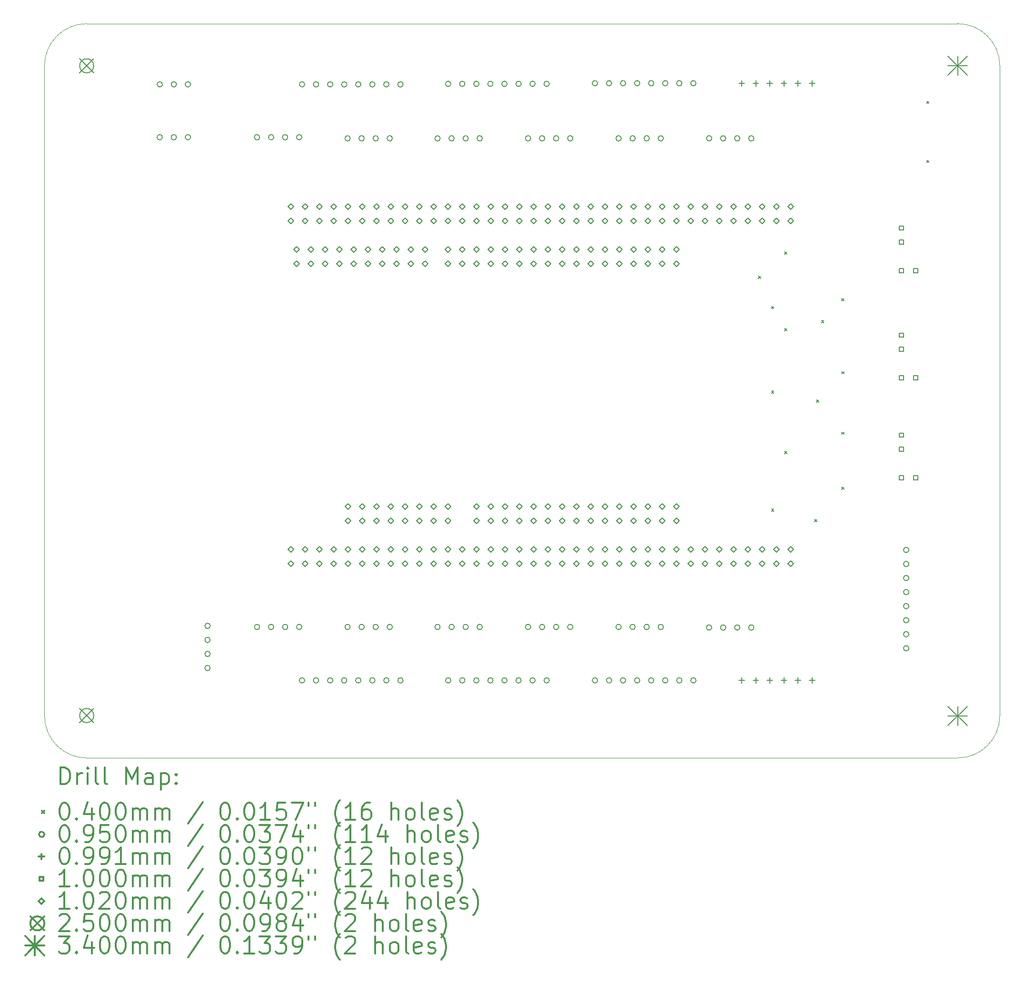
<source format=gbr>
%FSLAX45Y45*%
G04 Gerber Fmt 4.5, Leading zero omitted, Abs format (unit mm)*
G04 Created by KiCad (PCBNEW (5.1.12)-1) date 2022-02-06 21:24:43*
%MOMM*%
%LPD*%
G01*
G04 APERTURE LIST*
%TA.AperFunction,Profile*%
%ADD10C,0.050000*%
%TD*%
%ADD11C,0.200000*%
%ADD12C,0.300000*%
G04 APERTURE END LIST*
D10*
X22990000Y-3440000D02*
G75*
G02*
X23740000Y-4190000I0J-750000D01*
G01*
X23740000Y-15750000D02*
G75*
G02*
X22990000Y-16500000I-750000J0D01*
G01*
X7500000Y-16500000D02*
G75*
G02*
X6750000Y-15750000I0J750000D01*
G01*
X6750000Y-4190000D02*
G75*
G02*
X7500000Y-3440000I750000J0D01*
G01*
X22990000Y-3440000D02*
X7500000Y-3440000D01*
X23740000Y-15750000D02*
X23740000Y-4190000D01*
X7500000Y-16500000D02*
X22990000Y-16500000D01*
X6750000Y-4190000D02*
X6750000Y-15750000D01*
D11*
X19446500Y-7930000D02*
X19486500Y-7970000D01*
X19486500Y-7930000D02*
X19446500Y-7970000D01*
X19680000Y-8470000D02*
X19720000Y-8510000D01*
X19720000Y-8470000D02*
X19680000Y-8510000D01*
X19680000Y-9970000D02*
X19720000Y-10010000D01*
X19720000Y-9970000D02*
X19680000Y-10010000D01*
X19680000Y-12070000D02*
X19720000Y-12110000D01*
X19720000Y-12070000D02*
X19680000Y-12110000D01*
X19910000Y-7500000D02*
X19950000Y-7540000D01*
X19950000Y-7500000D02*
X19910000Y-7540000D01*
X19910000Y-8860000D02*
X19950000Y-8900000D01*
X19950000Y-8860000D02*
X19910000Y-8900000D01*
X19910000Y-11050000D02*
X19950000Y-11090000D01*
X19950000Y-11050000D02*
X19910000Y-11090000D01*
X20447000Y-12259000D02*
X20487000Y-12299000D01*
X20487000Y-12259000D02*
X20447000Y-12299000D01*
X20480000Y-10130000D02*
X20520000Y-10170000D01*
X20520000Y-10130000D02*
X20480000Y-10170000D01*
X20570000Y-8720000D02*
X20610000Y-8760000D01*
X20610000Y-8720000D02*
X20570000Y-8760000D01*
X20930000Y-8330000D02*
X20970000Y-8370000D01*
X20970000Y-8330000D02*
X20930000Y-8370000D01*
X20930000Y-9630000D02*
X20970000Y-9670000D01*
X20970000Y-9630000D02*
X20930000Y-9670000D01*
X20930000Y-10705000D02*
X20970000Y-10745000D01*
X20970000Y-10705000D02*
X20930000Y-10745000D01*
X20930000Y-11680000D02*
X20970000Y-11720000D01*
X20970000Y-11680000D02*
X20930000Y-11720000D01*
X22440000Y-4820000D02*
X22480000Y-4860000D01*
X22480000Y-4820000D02*
X22440000Y-4860000D01*
X22440000Y-5870000D02*
X22480000Y-5910000D01*
X22480000Y-5870000D02*
X22440000Y-5910000D01*
X8847500Y-4520000D02*
G75*
G03*
X8847500Y-4520000I-47500J0D01*
G01*
X8847500Y-5460000D02*
G75*
G03*
X8847500Y-5460000I-47500J0D01*
G01*
X9097500Y-4520000D02*
G75*
G03*
X9097500Y-4520000I-47500J0D01*
G01*
X9097500Y-5460000D02*
G75*
G03*
X9097500Y-5460000I-47500J0D01*
G01*
X9347500Y-4520000D02*
G75*
G03*
X9347500Y-4520000I-47500J0D01*
G01*
X9347500Y-5460000D02*
G75*
G03*
X9347500Y-5460000I-47500J0D01*
G01*
X9697500Y-14150000D02*
G75*
G03*
X9697500Y-14150000I-47500J0D01*
G01*
X9697500Y-14400000D02*
G75*
G03*
X9697500Y-14400000I-47500J0D01*
G01*
X9697500Y-14650000D02*
G75*
G03*
X9697500Y-14650000I-47500J0D01*
G01*
X9697500Y-14900000D02*
G75*
G03*
X9697500Y-14900000I-47500J0D01*
G01*
X10577500Y-5460000D02*
G75*
G03*
X10577500Y-5460000I-47500J0D01*
G01*
X10577500Y-14170000D02*
G75*
G03*
X10577500Y-14170000I-47500J0D01*
G01*
X10827500Y-5460000D02*
G75*
G03*
X10827500Y-5460000I-47500J0D01*
G01*
X10827500Y-14170000D02*
G75*
G03*
X10827500Y-14170000I-47500J0D01*
G01*
X11077500Y-5460000D02*
G75*
G03*
X11077500Y-5460000I-47500J0D01*
G01*
X11077500Y-14170000D02*
G75*
G03*
X11077500Y-14170000I-47500J0D01*
G01*
X11327500Y-5460000D02*
G75*
G03*
X11327500Y-5460000I-47500J0D01*
G01*
X11327500Y-14170000D02*
G75*
G03*
X11327500Y-14170000I-47500J0D01*
G01*
X11377500Y-4520000D02*
G75*
G03*
X11377500Y-4520000I-47500J0D01*
G01*
X11377500Y-15120000D02*
G75*
G03*
X11377500Y-15120000I-47500J0D01*
G01*
X11627500Y-4520000D02*
G75*
G03*
X11627500Y-4520000I-47500J0D01*
G01*
X11627500Y-15120000D02*
G75*
G03*
X11627500Y-15120000I-47500J0D01*
G01*
X11877500Y-4520000D02*
G75*
G03*
X11877500Y-4520000I-47500J0D01*
G01*
X11877500Y-15120000D02*
G75*
G03*
X11877500Y-15120000I-47500J0D01*
G01*
X12127500Y-4520000D02*
G75*
G03*
X12127500Y-4520000I-47500J0D01*
G01*
X12127500Y-15120000D02*
G75*
G03*
X12127500Y-15120000I-47500J0D01*
G01*
X12187500Y-5480000D02*
G75*
G03*
X12187500Y-5480000I-47500J0D01*
G01*
X12187500Y-14170000D02*
G75*
G03*
X12187500Y-14170000I-47500J0D01*
G01*
X12377500Y-4520000D02*
G75*
G03*
X12377500Y-4520000I-47500J0D01*
G01*
X12377500Y-15120000D02*
G75*
G03*
X12377500Y-15120000I-47500J0D01*
G01*
X12437500Y-5480000D02*
G75*
G03*
X12437500Y-5480000I-47500J0D01*
G01*
X12437500Y-14170000D02*
G75*
G03*
X12437500Y-14170000I-47500J0D01*
G01*
X12627500Y-4520000D02*
G75*
G03*
X12627500Y-4520000I-47500J0D01*
G01*
X12627500Y-15120000D02*
G75*
G03*
X12627500Y-15120000I-47500J0D01*
G01*
X12687500Y-5480000D02*
G75*
G03*
X12687500Y-5480000I-47500J0D01*
G01*
X12687500Y-14170000D02*
G75*
G03*
X12687500Y-14170000I-47500J0D01*
G01*
X12877500Y-4520000D02*
G75*
G03*
X12877500Y-4520000I-47500J0D01*
G01*
X12877500Y-15120000D02*
G75*
G03*
X12877500Y-15120000I-47500J0D01*
G01*
X12937500Y-5480000D02*
G75*
G03*
X12937500Y-5480000I-47500J0D01*
G01*
X12937500Y-14170000D02*
G75*
G03*
X12937500Y-14170000I-47500J0D01*
G01*
X13127500Y-4520000D02*
G75*
G03*
X13127500Y-4520000I-47500J0D01*
G01*
X13127500Y-15120000D02*
G75*
G03*
X13127500Y-15120000I-47500J0D01*
G01*
X13787500Y-5480000D02*
G75*
G03*
X13787500Y-5480000I-47500J0D01*
G01*
X13787500Y-14170000D02*
G75*
G03*
X13787500Y-14170000I-47500J0D01*
G01*
X13977500Y-4510000D02*
G75*
G03*
X13977500Y-4510000I-47500J0D01*
G01*
X13977500Y-15120000D02*
G75*
G03*
X13977500Y-15120000I-47500J0D01*
G01*
X14037500Y-5480000D02*
G75*
G03*
X14037500Y-5480000I-47500J0D01*
G01*
X14037500Y-14170000D02*
G75*
G03*
X14037500Y-14170000I-47500J0D01*
G01*
X14227500Y-4510000D02*
G75*
G03*
X14227500Y-4510000I-47500J0D01*
G01*
X14227500Y-15120000D02*
G75*
G03*
X14227500Y-15120000I-47500J0D01*
G01*
X14287500Y-5480000D02*
G75*
G03*
X14287500Y-5480000I-47500J0D01*
G01*
X14287500Y-14170000D02*
G75*
G03*
X14287500Y-14170000I-47500J0D01*
G01*
X14477500Y-4510000D02*
G75*
G03*
X14477500Y-4510000I-47500J0D01*
G01*
X14477500Y-15120000D02*
G75*
G03*
X14477500Y-15120000I-47500J0D01*
G01*
X14537500Y-5480000D02*
G75*
G03*
X14537500Y-5480000I-47500J0D01*
G01*
X14537500Y-14170000D02*
G75*
G03*
X14537500Y-14170000I-47500J0D01*
G01*
X14727500Y-4510000D02*
G75*
G03*
X14727500Y-4510000I-47500J0D01*
G01*
X14727500Y-15120000D02*
G75*
G03*
X14727500Y-15120000I-47500J0D01*
G01*
X14977500Y-4510000D02*
G75*
G03*
X14977500Y-4510000I-47500J0D01*
G01*
X14977500Y-15120000D02*
G75*
G03*
X14977500Y-15120000I-47500J0D01*
G01*
X15227500Y-4510000D02*
G75*
G03*
X15227500Y-4510000I-47500J0D01*
G01*
X15227500Y-15120000D02*
G75*
G03*
X15227500Y-15120000I-47500J0D01*
G01*
X15397500Y-5480000D02*
G75*
G03*
X15397500Y-5480000I-47500J0D01*
G01*
X15397500Y-14170000D02*
G75*
G03*
X15397500Y-14170000I-47500J0D01*
G01*
X15477500Y-4510000D02*
G75*
G03*
X15477500Y-4510000I-47500J0D01*
G01*
X15477500Y-15120000D02*
G75*
G03*
X15477500Y-15120000I-47500J0D01*
G01*
X15647500Y-5480000D02*
G75*
G03*
X15647500Y-5480000I-47500J0D01*
G01*
X15647500Y-14170000D02*
G75*
G03*
X15647500Y-14170000I-47500J0D01*
G01*
X15727500Y-4510000D02*
G75*
G03*
X15727500Y-4510000I-47500J0D01*
G01*
X15727500Y-15120000D02*
G75*
G03*
X15727500Y-15120000I-47500J0D01*
G01*
X15897500Y-5480000D02*
G75*
G03*
X15897500Y-5480000I-47500J0D01*
G01*
X15897500Y-14170000D02*
G75*
G03*
X15897500Y-14170000I-47500J0D01*
G01*
X16147500Y-5480000D02*
G75*
G03*
X16147500Y-5480000I-47500J0D01*
G01*
X16147500Y-14170000D02*
G75*
G03*
X16147500Y-14170000I-47500J0D01*
G01*
X16587500Y-4500000D02*
G75*
G03*
X16587500Y-4500000I-47500J0D01*
G01*
X16587500Y-15120000D02*
G75*
G03*
X16587500Y-15120000I-47500J0D01*
G01*
X16837500Y-4500000D02*
G75*
G03*
X16837500Y-4500000I-47500J0D01*
G01*
X16837500Y-15120000D02*
G75*
G03*
X16837500Y-15120000I-47500J0D01*
G01*
X17007500Y-5480000D02*
G75*
G03*
X17007500Y-5480000I-47500J0D01*
G01*
X17007500Y-14170000D02*
G75*
G03*
X17007500Y-14170000I-47500J0D01*
G01*
X17087500Y-4500000D02*
G75*
G03*
X17087500Y-4500000I-47500J0D01*
G01*
X17087500Y-15120000D02*
G75*
G03*
X17087500Y-15120000I-47500J0D01*
G01*
X17257500Y-5480000D02*
G75*
G03*
X17257500Y-5480000I-47500J0D01*
G01*
X17257500Y-14170000D02*
G75*
G03*
X17257500Y-14170000I-47500J0D01*
G01*
X17337500Y-4500000D02*
G75*
G03*
X17337500Y-4500000I-47500J0D01*
G01*
X17337500Y-15120000D02*
G75*
G03*
X17337500Y-15120000I-47500J0D01*
G01*
X17507500Y-5480000D02*
G75*
G03*
X17507500Y-5480000I-47500J0D01*
G01*
X17507500Y-14170000D02*
G75*
G03*
X17507500Y-14170000I-47500J0D01*
G01*
X17587500Y-4500000D02*
G75*
G03*
X17587500Y-4500000I-47500J0D01*
G01*
X17587500Y-15120000D02*
G75*
G03*
X17587500Y-15120000I-47500J0D01*
G01*
X17757500Y-5480000D02*
G75*
G03*
X17757500Y-5480000I-47500J0D01*
G01*
X17757500Y-14170000D02*
G75*
G03*
X17757500Y-14170000I-47500J0D01*
G01*
X17837500Y-4500000D02*
G75*
G03*
X17837500Y-4500000I-47500J0D01*
G01*
X17837500Y-15120000D02*
G75*
G03*
X17837500Y-15120000I-47500J0D01*
G01*
X18087500Y-4500000D02*
G75*
G03*
X18087500Y-4500000I-47500J0D01*
G01*
X18087500Y-15120000D02*
G75*
G03*
X18087500Y-15120000I-47500J0D01*
G01*
X18337500Y-4500000D02*
G75*
G03*
X18337500Y-4500000I-47500J0D01*
G01*
X18337500Y-15120000D02*
G75*
G03*
X18337500Y-15120000I-47500J0D01*
G01*
X18617500Y-5480000D02*
G75*
G03*
X18617500Y-5480000I-47500J0D01*
G01*
X18617500Y-14180000D02*
G75*
G03*
X18617500Y-14180000I-47500J0D01*
G01*
X18867500Y-5480000D02*
G75*
G03*
X18867500Y-5480000I-47500J0D01*
G01*
X18867500Y-14180000D02*
G75*
G03*
X18867500Y-14180000I-47500J0D01*
G01*
X19117500Y-5480000D02*
G75*
G03*
X19117500Y-5480000I-47500J0D01*
G01*
X19117500Y-14180000D02*
G75*
G03*
X19117500Y-14180000I-47500J0D01*
G01*
X19367500Y-5480000D02*
G75*
G03*
X19367500Y-5480000I-47500J0D01*
G01*
X19367500Y-14180000D02*
G75*
G03*
X19367500Y-14180000I-47500J0D01*
G01*
X22122500Y-12800000D02*
G75*
G03*
X22122500Y-12800000I-47500J0D01*
G01*
X22122500Y-13050000D02*
G75*
G03*
X22122500Y-13050000I-47500J0D01*
G01*
X22122500Y-13300000D02*
G75*
G03*
X22122500Y-13300000I-47500J0D01*
G01*
X22122500Y-13550000D02*
G75*
G03*
X22122500Y-13550000I-47500J0D01*
G01*
X22122500Y-13800000D02*
G75*
G03*
X22122500Y-13800000I-47500J0D01*
G01*
X22122500Y-14050000D02*
G75*
G03*
X22122500Y-14050000I-47500J0D01*
G01*
X22122500Y-14300000D02*
G75*
G03*
X22122500Y-14300000I-47500J0D01*
G01*
X22122500Y-14550000D02*
G75*
G03*
X22122500Y-14550000I-47500J0D01*
G01*
X19150000Y-4450470D02*
X19150000Y-4549530D01*
X19100470Y-4500000D02*
X19199530Y-4500000D01*
X19150000Y-15070470D02*
X19150000Y-15169530D01*
X19100470Y-15120000D02*
X19199530Y-15120000D01*
X19400000Y-4450470D02*
X19400000Y-4549530D01*
X19350470Y-4500000D02*
X19449530Y-4500000D01*
X19400000Y-15070470D02*
X19400000Y-15169530D01*
X19350470Y-15120000D02*
X19449530Y-15120000D01*
X19650000Y-4450470D02*
X19650000Y-4549530D01*
X19600470Y-4500000D02*
X19699530Y-4500000D01*
X19650000Y-15070470D02*
X19650000Y-15169530D01*
X19600470Y-15120000D02*
X19699530Y-15120000D01*
X19900000Y-4450470D02*
X19900000Y-4549530D01*
X19850470Y-4500000D02*
X19949530Y-4500000D01*
X19900000Y-15070470D02*
X19900000Y-15169530D01*
X19850470Y-15120000D02*
X19949530Y-15120000D01*
X20150000Y-4450470D02*
X20150000Y-4549530D01*
X20100470Y-4500000D02*
X20199530Y-4500000D01*
X20150000Y-15070470D02*
X20150000Y-15169530D01*
X20100470Y-15120000D02*
X20199530Y-15120000D01*
X20400000Y-4450470D02*
X20400000Y-4549530D01*
X20350470Y-4500000D02*
X20449530Y-4500000D01*
X20400000Y-15070470D02*
X20400000Y-15169530D01*
X20350470Y-15120000D02*
X20449530Y-15120000D01*
X22026356Y-7109356D02*
X22026356Y-7038644D01*
X21955644Y-7038644D01*
X21955644Y-7109356D01*
X22026356Y-7109356D01*
X22026356Y-7359356D02*
X22026356Y-7288644D01*
X21955644Y-7288644D01*
X21955644Y-7359356D01*
X22026356Y-7359356D01*
X22026356Y-7869356D02*
X22026356Y-7798644D01*
X21955644Y-7798644D01*
X21955644Y-7869356D01*
X22026356Y-7869356D01*
X22026356Y-9014356D02*
X22026356Y-8943644D01*
X21955644Y-8943644D01*
X21955644Y-9014356D01*
X22026356Y-9014356D01*
X22026356Y-9264356D02*
X22026356Y-9193644D01*
X21955644Y-9193644D01*
X21955644Y-9264356D01*
X22026356Y-9264356D01*
X22026356Y-9774356D02*
X22026356Y-9703644D01*
X21955644Y-9703644D01*
X21955644Y-9774356D01*
X22026356Y-9774356D01*
X22026356Y-10792356D02*
X22026356Y-10721644D01*
X21955644Y-10721644D01*
X21955644Y-10792356D01*
X22026356Y-10792356D01*
X22026356Y-11042356D02*
X22026356Y-10971644D01*
X21955644Y-10971644D01*
X21955644Y-11042356D01*
X22026356Y-11042356D01*
X22026356Y-11552356D02*
X22026356Y-11481644D01*
X21955644Y-11481644D01*
X21955644Y-11552356D01*
X22026356Y-11552356D01*
X22280356Y-7869356D02*
X22280356Y-7798644D01*
X22209644Y-7798644D01*
X22209644Y-7869356D01*
X22280356Y-7869356D01*
X22280356Y-9774356D02*
X22280356Y-9703644D01*
X22209644Y-9703644D01*
X22209644Y-9774356D01*
X22280356Y-9774356D01*
X22280356Y-11552356D02*
X22280356Y-11481644D01*
X22209644Y-11481644D01*
X22209644Y-11552356D01*
X22280356Y-11552356D01*
X11132500Y-12838000D02*
X11183500Y-12787000D01*
X11132500Y-12736000D01*
X11081500Y-12787000D01*
X11132500Y-12838000D01*
X11132500Y-13092000D02*
X11183500Y-13041000D01*
X11132500Y-12990000D01*
X11081500Y-13041000D01*
X11132500Y-13092000D01*
X11134500Y-6742000D02*
X11185500Y-6691000D01*
X11134500Y-6640000D01*
X11083500Y-6691000D01*
X11134500Y-6742000D01*
X11134500Y-6996000D02*
X11185500Y-6945000D01*
X11134500Y-6894000D01*
X11083500Y-6945000D01*
X11134500Y-6996000D01*
X11234100Y-7504000D02*
X11285100Y-7453000D01*
X11234100Y-7402000D01*
X11183100Y-7453000D01*
X11234100Y-7504000D01*
X11234100Y-7758000D02*
X11285100Y-7707000D01*
X11234100Y-7656000D01*
X11183100Y-7707000D01*
X11234100Y-7758000D01*
X11386500Y-12838000D02*
X11437500Y-12787000D01*
X11386500Y-12736000D01*
X11335500Y-12787000D01*
X11386500Y-12838000D01*
X11386500Y-13092000D02*
X11437500Y-13041000D01*
X11386500Y-12990000D01*
X11335500Y-13041000D01*
X11386500Y-13092000D01*
X11388500Y-6742000D02*
X11439500Y-6691000D01*
X11388500Y-6640000D01*
X11337500Y-6691000D01*
X11388500Y-6742000D01*
X11388500Y-6996000D02*
X11439500Y-6945000D01*
X11388500Y-6894000D01*
X11337500Y-6945000D01*
X11388500Y-6996000D01*
X11488100Y-7504000D02*
X11539100Y-7453000D01*
X11488100Y-7402000D01*
X11437100Y-7453000D01*
X11488100Y-7504000D01*
X11488100Y-7758000D02*
X11539100Y-7707000D01*
X11488100Y-7656000D01*
X11437100Y-7707000D01*
X11488100Y-7758000D01*
X11640500Y-12838000D02*
X11691500Y-12787000D01*
X11640500Y-12736000D01*
X11589500Y-12787000D01*
X11640500Y-12838000D01*
X11640500Y-13092000D02*
X11691500Y-13041000D01*
X11640500Y-12990000D01*
X11589500Y-13041000D01*
X11640500Y-13092000D01*
X11642500Y-6742000D02*
X11693500Y-6691000D01*
X11642500Y-6640000D01*
X11591500Y-6691000D01*
X11642500Y-6742000D01*
X11642500Y-6996000D02*
X11693500Y-6945000D01*
X11642500Y-6894000D01*
X11591500Y-6945000D01*
X11642500Y-6996000D01*
X11742100Y-7504000D02*
X11793100Y-7453000D01*
X11742100Y-7402000D01*
X11691100Y-7453000D01*
X11742100Y-7504000D01*
X11742100Y-7758000D02*
X11793100Y-7707000D01*
X11742100Y-7656000D01*
X11691100Y-7707000D01*
X11742100Y-7758000D01*
X11894500Y-12838000D02*
X11945500Y-12787000D01*
X11894500Y-12736000D01*
X11843500Y-12787000D01*
X11894500Y-12838000D01*
X11894500Y-13092000D02*
X11945500Y-13041000D01*
X11894500Y-12990000D01*
X11843500Y-13041000D01*
X11894500Y-13092000D01*
X11896500Y-6742000D02*
X11947500Y-6691000D01*
X11896500Y-6640000D01*
X11845500Y-6691000D01*
X11896500Y-6742000D01*
X11896500Y-6996000D02*
X11947500Y-6945000D01*
X11896500Y-6894000D01*
X11845500Y-6945000D01*
X11896500Y-6996000D01*
X11996100Y-7504000D02*
X12047100Y-7453000D01*
X11996100Y-7402000D01*
X11945100Y-7453000D01*
X11996100Y-7504000D01*
X11996100Y-7758000D02*
X12047100Y-7707000D01*
X11996100Y-7656000D01*
X11945100Y-7707000D01*
X11996100Y-7758000D01*
X12148500Y-12076000D02*
X12199500Y-12025000D01*
X12148500Y-11974000D01*
X12097500Y-12025000D01*
X12148500Y-12076000D01*
X12148500Y-12330000D02*
X12199500Y-12279000D01*
X12148500Y-12228000D01*
X12097500Y-12279000D01*
X12148500Y-12330000D01*
X12148500Y-12838000D02*
X12199500Y-12787000D01*
X12148500Y-12736000D01*
X12097500Y-12787000D01*
X12148500Y-12838000D01*
X12148500Y-13092000D02*
X12199500Y-13041000D01*
X12148500Y-12990000D01*
X12097500Y-13041000D01*
X12148500Y-13092000D01*
X12150500Y-6742000D02*
X12201500Y-6691000D01*
X12150500Y-6640000D01*
X12099500Y-6691000D01*
X12150500Y-6742000D01*
X12150500Y-6996000D02*
X12201500Y-6945000D01*
X12150500Y-6894000D01*
X12099500Y-6945000D01*
X12150500Y-6996000D01*
X12250100Y-7504000D02*
X12301100Y-7453000D01*
X12250100Y-7402000D01*
X12199100Y-7453000D01*
X12250100Y-7504000D01*
X12250100Y-7758000D02*
X12301100Y-7707000D01*
X12250100Y-7656000D01*
X12199100Y-7707000D01*
X12250100Y-7758000D01*
X12402500Y-12076000D02*
X12453500Y-12025000D01*
X12402500Y-11974000D01*
X12351500Y-12025000D01*
X12402500Y-12076000D01*
X12402500Y-12330000D02*
X12453500Y-12279000D01*
X12402500Y-12228000D01*
X12351500Y-12279000D01*
X12402500Y-12330000D01*
X12402500Y-12838000D02*
X12453500Y-12787000D01*
X12402500Y-12736000D01*
X12351500Y-12787000D01*
X12402500Y-12838000D01*
X12402500Y-13092000D02*
X12453500Y-13041000D01*
X12402500Y-12990000D01*
X12351500Y-13041000D01*
X12402500Y-13092000D01*
X12404500Y-6742000D02*
X12455500Y-6691000D01*
X12404500Y-6640000D01*
X12353500Y-6691000D01*
X12404500Y-6742000D01*
X12404500Y-6996000D02*
X12455500Y-6945000D01*
X12404500Y-6894000D01*
X12353500Y-6945000D01*
X12404500Y-6996000D01*
X12504100Y-7504000D02*
X12555100Y-7453000D01*
X12504100Y-7402000D01*
X12453100Y-7453000D01*
X12504100Y-7504000D01*
X12504100Y-7758000D02*
X12555100Y-7707000D01*
X12504100Y-7656000D01*
X12453100Y-7707000D01*
X12504100Y-7758000D01*
X12656500Y-12076000D02*
X12707500Y-12025000D01*
X12656500Y-11974000D01*
X12605500Y-12025000D01*
X12656500Y-12076000D01*
X12656500Y-12330000D02*
X12707500Y-12279000D01*
X12656500Y-12228000D01*
X12605500Y-12279000D01*
X12656500Y-12330000D01*
X12656500Y-12838000D02*
X12707500Y-12787000D01*
X12656500Y-12736000D01*
X12605500Y-12787000D01*
X12656500Y-12838000D01*
X12656500Y-13092000D02*
X12707500Y-13041000D01*
X12656500Y-12990000D01*
X12605500Y-13041000D01*
X12656500Y-13092000D01*
X12658500Y-6742000D02*
X12709500Y-6691000D01*
X12658500Y-6640000D01*
X12607500Y-6691000D01*
X12658500Y-6742000D01*
X12658500Y-6996000D02*
X12709500Y-6945000D01*
X12658500Y-6894000D01*
X12607500Y-6945000D01*
X12658500Y-6996000D01*
X12758100Y-7504000D02*
X12809100Y-7453000D01*
X12758100Y-7402000D01*
X12707100Y-7453000D01*
X12758100Y-7504000D01*
X12758100Y-7758000D02*
X12809100Y-7707000D01*
X12758100Y-7656000D01*
X12707100Y-7707000D01*
X12758100Y-7758000D01*
X12910500Y-12076000D02*
X12961500Y-12025000D01*
X12910500Y-11974000D01*
X12859500Y-12025000D01*
X12910500Y-12076000D01*
X12910500Y-12330000D02*
X12961500Y-12279000D01*
X12910500Y-12228000D01*
X12859500Y-12279000D01*
X12910500Y-12330000D01*
X12910500Y-12838000D02*
X12961500Y-12787000D01*
X12910500Y-12736000D01*
X12859500Y-12787000D01*
X12910500Y-12838000D01*
X12910500Y-13092000D02*
X12961500Y-13041000D01*
X12910500Y-12990000D01*
X12859500Y-13041000D01*
X12910500Y-13092000D01*
X12912500Y-6742000D02*
X12963500Y-6691000D01*
X12912500Y-6640000D01*
X12861500Y-6691000D01*
X12912500Y-6742000D01*
X12912500Y-6996000D02*
X12963500Y-6945000D01*
X12912500Y-6894000D01*
X12861500Y-6945000D01*
X12912500Y-6996000D01*
X13012100Y-7504000D02*
X13063100Y-7453000D01*
X13012100Y-7402000D01*
X12961100Y-7453000D01*
X13012100Y-7504000D01*
X13012100Y-7758000D02*
X13063100Y-7707000D01*
X13012100Y-7656000D01*
X12961100Y-7707000D01*
X13012100Y-7758000D01*
X13164500Y-12076000D02*
X13215500Y-12025000D01*
X13164500Y-11974000D01*
X13113500Y-12025000D01*
X13164500Y-12076000D01*
X13164500Y-12330000D02*
X13215500Y-12279000D01*
X13164500Y-12228000D01*
X13113500Y-12279000D01*
X13164500Y-12330000D01*
X13164500Y-12838000D02*
X13215500Y-12787000D01*
X13164500Y-12736000D01*
X13113500Y-12787000D01*
X13164500Y-12838000D01*
X13164500Y-13092000D02*
X13215500Y-13041000D01*
X13164500Y-12990000D01*
X13113500Y-13041000D01*
X13164500Y-13092000D01*
X13166500Y-6742000D02*
X13217500Y-6691000D01*
X13166500Y-6640000D01*
X13115500Y-6691000D01*
X13166500Y-6742000D01*
X13166500Y-6996000D02*
X13217500Y-6945000D01*
X13166500Y-6894000D01*
X13115500Y-6945000D01*
X13166500Y-6996000D01*
X13266100Y-7504000D02*
X13317100Y-7453000D01*
X13266100Y-7402000D01*
X13215100Y-7453000D01*
X13266100Y-7504000D01*
X13266100Y-7758000D02*
X13317100Y-7707000D01*
X13266100Y-7656000D01*
X13215100Y-7707000D01*
X13266100Y-7758000D01*
X13418500Y-12076000D02*
X13469500Y-12025000D01*
X13418500Y-11974000D01*
X13367500Y-12025000D01*
X13418500Y-12076000D01*
X13418500Y-12330000D02*
X13469500Y-12279000D01*
X13418500Y-12228000D01*
X13367500Y-12279000D01*
X13418500Y-12330000D01*
X13418500Y-12838000D02*
X13469500Y-12787000D01*
X13418500Y-12736000D01*
X13367500Y-12787000D01*
X13418500Y-12838000D01*
X13418500Y-13092000D02*
X13469500Y-13041000D01*
X13418500Y-12990000D01*
X13367500Y-13041000D01*
X13418500Y-13092000D01*
X13420500Y-6742000D02*
X13471500Y-6691000D01*
X13420500Y-6640000D01*
X13369500Y-6691000D01*
X13420500Y-6742000D01*
X13420500Y-6996000D02*
X13471500Y-6945000D01*
X13420500Y-6894000D01*
X13369500Y-6945000D01*
X13420500Y-6996000D01*
X13520100Y-7504000D02*
X13571100Y-7453000D01*
X13520100Y-7402000D01*
X13469100Y-7453000D01*
X13520100Y-7504000D01*
X13520100Y-7758000D02*
X13571100Y-7707000D01*
X13520100Y-7656000D01*
X13469100Y-7707000D01*
X13520100Y-7758000D01*
X13672500Y-12076000D02*
X13723500Y-12025000D01*
X13672500Y-11974000D01*
X13621500Y-12025000D01*
X13672500Y-12076000D01*
X13672500Y-12330000D02*
X13723500Y-12279000D01*
X13672500Y-12228000D01*
X13621500Y-12279000D01*
X13672500Y-12330000D01*
X13672500Y-12838000D02*
X13723500Y-12787000D01*
X13672500Y-12736000D01*
X13621500Y-12787000D01*
X13672500Y-12838000D01*
X13672500Y-13092000D02*
X13723500Y-13041000D01*
X13672500Y-12990000D01*
X13621500Y-13041000D01*
X13672500Y-13092000D01*
X13674500Y-6742000D02*
X13725500Y-6691000D01*
X13674500Y-6640000D01*
X13623500Y-6691000D01*
X13674500Y-6742000D01*
X13674500Y-6996000D02*
X13725500Y-6945000D01*
X13674500Y-6894000D01*
X13623500Y-6945000D01*
X13674500Y-6996000D01*
X13926500Y-7504000D02*
X13977500Y-7453000D01*
X13926500Y-7402000D01*
X13875500Y-7453000D01*
X13926500Y-7504000D01*
X13926500Y-7758000D02*
X13977500Y-7707000D01*
X13926500Y-7656000D01*
X13875500Y-7707000D01*
X13926500Y-7758000D01*
X13926500Y-12076000D02*
X13977500Y-12025000D01*
X13926500Y-11974000D01*
X13875500Y-12025000D01*
X13926500Y-12076000D01*
X13926500Y-12330000D02*
X13977500Y-12279000D01*
X13926500Y-12228000D01*
X13875500Y-12279000D01*
X13926500Y-12330000D01*
X13926500Y-12838000D02*
X13977500Y-12787000D01*
X13926500Y-12736000D01*
X13875500Y-12787000D01*
X13926500Y-12838000D01*
X13926500Y-13092000D02*
X13977500Y-13041000D01*
X13926500Y-12990000D01*
X13875500Y-13041000D01*
X13926500Y-13092000D01*
X13928500Y-6742000D02*
X13979500Y-6691000D01*
X13928500Y-6640000D01*
X13877500Y-6691000D01*
X13928500Y-6742000D01*
X13928500Y-6996000D02*
X13979500Y-6945000D01*
X13928500Y-6894000D01*
X13877500Y-6945000D01*
X13928500Y-6996000D01*
X14180500Y-7504000D02*
X14231500Y-7453000D01*
X14180500Y-7402000D01*
X14129500Y-7453000D01*
X14180500Y-7504000D01*
X14180500Y-7758000D02*
X14231500Y-7707000D01*
X14180500Y-7656000D01*
X14129500Y-7707000D01*
X14180500Y-7758000D01*
X14180500Y-12838000D02*
X14231500Y-12787000D01*
X14180500Y-12736000D01*
X14129500Y-12787000D01*
X14180500Y-12838000D01*
X14180500Y-13092000D02*
X14231500Y-13041000D01*
X14180500Y-12990000D01*
X14129500Y-13041000D01*
X14180500Y-13092000D01*
X14182500Y-6742000D02*
X14233500Y-6691000D01*
X14182500Y-6640000D01*
X14131500Y-6691000D01*
X14182500Y-6742000D01*
X14182500Y-6996000D02*
X14233500Y-6945000D01*
X14182500Y-6894000D01*
X14131500Y-6945000D01*
X14182500Y-6996000D01*
X14434500Y-7504000D02*
X14485500Y-7453000D01*
X14434500Y-7402000D01*
X14383500Y-7453000D01*
X14434500Y-7504000D01*
X14434500Y-7758000D02*
X14485500Y-7707000D01*
X14434500Y-7656000D01*
X14383500Y-7707000D01*
X14434500Y-7758000D01*
X14434500Y-12076000D02*
X14485500Y-12025000D01*
X14434500Y-11974000D01*
X14383500Y-12025000D01*
X14434500Y-12076000D01*
X14434500Y-12330000D02*
X14485500Y-12279000D01*
X14434500Y-12228000D01*
X14383500Y-12279000D01*
X14434500Y-12330000D01*
X14434500Y-12838000D02*
X14485500Y-12787000D01*
X14434500Y-12736000D01*
X14383500Y-12787000D01*
X14434500Y-12838000D01*
X14434500Y-13092000D02*
X14485500Y-13041000D01*
X14434500Y-12990000D01*
X14383500Y-13041000D01*
X14434500Y-13092000D01*
X14436500Y-6742000D02*
X14487500Y-6691000D01*
X14436500Y-6640000D01*
X14385500Y-6691000D01*
X14436500Y-6742000D01*
X14436500Y-6996000D02*
X14487500Y-6945000D01*
X14436500Y-6894000D01*
X14385500Y-6945000D01*
X14436500Y-6996000D01*
X14688500Y-7504000D02*
X14739500Y-7453000D01*
X14688500Y-7402000D01*
X14637500Y-7453000D01*
X14688500Y-7504000D01*
X14688500Y-7758000D02*
X14739500Y-7707000D01*
X14688500Y-7656000D01*
X14637500Y-7707000D01*
X14688500Y-7758000D01*
X14688500Y-12076000D02*
X14739500Y-12025000D01*
X14688500Y-11974000D01*
X14637500Y-12025000D01*
X14688500Y-12076000D01*
X14688500Y-12330000D02*
X14739500Y-12279000D01*
X14688500Y-12228000D01*
X14637500Y-12279000D01*
X14688500Y-12330000D01*
X14688500Y-12838000D02*
X14739500Y-12787000D01*
X14688500Y-12736000D01*
X14637500Y-12787000D01*
X14688500Y-12838000D01*
X14688500Y-13092000D02*
X14739500Y-13041000D01*
X14688500Y-12990000D01*
X14637500Y-13041000D01*
X14688500Y-13092000D01*
X14690500Y-6742000D02*
X14741500Y-6691000D01*
X14690500Y-6640000D01*
X14639500Y-6691000D01*
X14690500Y-6742000D01*
X14690500Y-6996000D02*
X14741500Y-6945000D01*
X14690500Y-6894000D01*
X14639500Y-6945000D01*
X14690500Y-6996000D01*
X14942500Y-7504000D02*
X14993500Y-7453000D01*
X14942500Y-7402000D01*
X14891500Y-7453000D01*
X14942500Y-7504000D01*
X14942500Y-7758000D02*
X14993500Y-7707000D01*
X14942500Y-7656000D01*
X14891500Y-7707000D01*
X14942500Y-7758000D01*
X14942500Y-12076000D02*
X14993500Y-12025000D01*
X14942500Y-11974000D01*
X14891500Y-12025000D01*
X14942500Y-12076000D01*
X14942500Y-12330000D02*
X14993500Y-12279000D01*
X14942500Y-12228000D01*
X14891500Y-12279000D01*
X14942500Y-12330000D01*
X14942500Y-12838000D02*
X14993500Y-12787000D01*
X14942500Y-12736000D01*
X14891500Y-12787000D01*
X14942500Y-12838000D01*
X14942500Y-13092000D02*
X14993500Y-13041000D01*
X14942500Y-12990000D01*
X14891500Y-13041000D01*
X14942500Y-13092000D01*
X14944500Y-6742000D02*
X14995500Y-6691000D01*
X14944500Y-6640000D01*
X14893500Y-6691000D01*
X14944500Y-6742000D01*
X14944500Y-6996000D02*
X14995500Y-6945000D01*
X14944500Y-6894000D01*
X14893500Y-6945000D01*
X14944500Y-6996000D01*
X15196500Y-7504000D02*
X15247500Y-7453000D01*
X15196500Y-7402000D01*
X15145500Y-7453000D01*
X15196500Y-7504000D01*
X15196500Y-7758000D02*
X15247500Y-7707000D01*
X15196500Y-7656000D01*
X15145500Y-7707000D01*
X15196500Y-7758000D01*
X15196500Y-12076000D02*
X15247500Y-12025000D01*
X15196500Y-11974000D01*
X15145500Y-12025000D01*
X15196500Y-12076000D01*
X15196500Y-12330000D02*
X15247500Y-12279000D01*
X15196500Y-12228000D01*
X15145500Y-12279000D01*
X15196500Y-12330000D01*
X15196500Y-12838000D02*
X15247500Y-12787000D01*
X15196500Y-12736000D01*
X15145500Y-12787000D01*
X15196500Y-12838000D01*
X15196500Y-13092000D02*
X15247500Y-13041000D01*
X15196500Y-12990000D01*
X15145500Y-13041000D01*
X15196500Y-13092000D01*
X15198500Y-6742000D02*
X15249500Y-6691000D01*
X15198500Y-6640000D01*
X15147500Y-6691000D01*
X15198500Y-6742000D01*
X15198500Y-6996000D02*
X15249500Y-6945000D01*
X15198500Y-6894000D01*
X15147500Y-6945000D01*
X15198500Y-6996000D01*
X15450500Y-7504000D02*
X15501500Y-7453000D01*
X15450500Y-7402000D01*
X15399500Y-7453000D01*
X15450500Y-7504000D01*
X15450500Y-7758000D02*
X15501500Y-7707000D01*
X15450500Y-7656000D01*
X15399500Y-7707000D01*
X15450500Y-7758000D01*
X15450500Y-12076000D02*
X15501500Y-12025000D01*
X15450500Y-11974000D01*
X15399500Y-12025000D01*
X15450500Y-12076000D01*
X15450500Y-12330000D02*
X15501500Y-12279000D01*
X15450500Y-12228000D01*
X15399500Y-12279000D01*
X15450500Y-12330000D01*
X15450500Y-12838000D02*
X15501500Y-12787000D01*
X15450500Y-12736000D01*
X15399500Y-12787000D01*
X15450500Y-12838000D01*
X15450500Y-13092000D02*
X15501500Y-13041000D01*
X15450500Y-12990000D01*
X15399500Y-13041000D01*
X15450500Y-13092000D01*
X15452500Y-6742000D02*
X15503500Y-6691000D01*
X15452500Y-6640000D01*
X15401500Y-6691000D01*
X15452500Y-6742000D01*
X15452500Y-6996000D02*
X15503500Y-6945000D01*
X15452500Y-6894000D01*
X15401500Y-6945000D01*
X15452500Y-6996000D01*
X15704500Y-7504000D02*
X15755500Y-7453000D01*
X15704500Y-7402000D01*
X15653500Y-7453000D01*
X15704500Y-7504000D01*
X15704500Y-7758000D02*
X15755500Y-7707000D01*
X15704500Y-7656000D01*
X15653500Y-7707000D01*
X15704500Y-7758000D01*
X15704500Y-12076000D02*
X15755500Y-12025000D01*
X15704500Y-11974000D01*
X15653500Y-12025000D01*
X15704500Y-12076000D01*
X15704500Y-12330000D02*
X15755500Y-12279000D01*
X15704500Y-12228000D01*
X15653500Y-12279000D01*
X15704500Y-12330000D01*
X15704500Y-12838000D02*
X15755500Y-12787000D01*
X15704500Y-12736000D01*
X15653500Y-12787000D01*
X15704500Y-12838000D01*
X15704500Y-13092000D02*
X15755500Y-13041000D01*
X15704500Y-12990000D01*
X15653500Y-13041000D01*
X15704500Y-13092000D01*
X15706500Y-6742000D02*
X15757500Y-6691000D01*
X15706500Y-6640000D01*
X15655500Y-6691000D01*
X15706500Y-6742000D01*
X15706500Y-6996000D02*
X15757500Y-6945000D01*
X15706500Y-6894000D01*
X15655500Y-6945000D01*
X15706500Y-6996000D01*
X15958500Y-7504000D02*
X16009500Y-7453000D01*
X15958500Y-7402000D01*
X15907500Y-7453000D01*
X15958500Y-7504000D01*
X15958500Y-7758000D02*
X16009500Y-7707000D01*
X15958500Y-7656000D01*
X15907500Y-7707000D01*
X15958500Y-7758000D01*
X15958500Y-12076000D02*
X16009500Y-12025000D01*
X15958500Y-11974000D01*
X15907500Y-12025000D01*
X15958500Y-12076000D01*
X15958500Y-12330000D02*
X16009500Y-12279000D01*
X15958500Y-12228000D01*
X15907500Y-12279000D01*
X15958500Y-12330000D01*
X15958500Y-12838000D02*
X16009500Y-12787000D01*
X15958500Y-12736000D01*
X15907500Y-12787000D01*
X15958500Y-12838000D01*
X15958500Y-13092000D02*
X16009500Y-13041000D01*
X15958500Y-12990000D01*
X15907500Y-13041000D01*
X15958500Y-13092000D01*
X15960500Y-6742000D02*
X16011500Y-6691000D01*
X15960500Y-6640000D01*
X15909500Y-6691000D01*
X15960500Y-6742000D01*
X15960500Y-6996000D02*
X16011500Y-6945000D01*
X15960500Y-6894000D01*
X15909500Y-6945000D01*
X15960500Y-6996000D01*
X16212500Y-7504000D02*
X16263500Y-7453000D01*
X16212500Y-7402000D01*
X16161500Y-7453000D01*
X16212500Y-7504000D01*
X16212500Y-7758000D02*
X16263500Y-7707000D01*
X16212500Y-7656000D01*
X16161500Y-7707000D01*
X16212500Y-7758000D01*
X16212500Y-12076000D02*
X16263500Y-12025000D01*
X16212500Y-11974000D01*
X16161500Y-12025000D01*
X16212500Y-12076000D01*
X16212500Y-12330000D02*
X16263500Y-12279000D01*
X16212500Y-12228000D01*
X16161500Y-12279000D01*
X16212500Y-12330000D01*
X16212500Y-12838000D02*
X16263500Y-12787000D01*
X16212500Y-12736000D01*
X16161500Y-12787000D01*
X16212500Y-12838000D01*
X16212500Y-13092000D02*
X16263500Y-13041000D01*
X16212500Y-12990000D01*
X16161500Y-13041000D01*
X16212500Y-13092000D01*
X16214500Y-6742000D02*
X16265500Y-6691000D01*
X16214500Y-6640000D01*
X16163500Y-6691000D01*
X16214500Y-6742000D01*
X16214500Y-6996000D02*
X16265500Y-6945000D01*
X16214500Y-6894000D01*
X16163500Y-6945000D01*
X16214500Y-6996000D01*
X16466500Y-7504000D02*
X16517500Y-7453000D01*
X16466500Y-7402000D01*
X16415500Y-7453000D01*
X16466500Y-7504000D01*
X16466500Y-7758000D02*
X16517500Y-7707000D01*
X16466500Y-7656000D01*
X16415500Y-7707000D01*
X16466500Y-7758000D01*
X16466500Y-12076000D02*
X16517500Y-12025000D01*
X16466500Y-11974000D01*
X16415500Y-12025000D01*
X16466500Y-12076000D01*
X16466500Y-12330000D02*
X16517500Y-12279000D01*
X16466500Y-12228000D01*
X16415500Y-12279000D01*
X16466500Y-12330000D01*
X16466500Y-12838000D02*
X16517500Y-12787000D01*
X16466500Y-12736000D01*
X16415500Y-12787000D01*
X16466500Y-12838000D01*
X16466500Y-13092000D02*
X16517500Y-13041000D01*
X16466500Y-12990000D01*
X16415500Y-13041000D01*
X16466500Y-13092000D01*
X16468500Y-6742000D02*
X16519500Y-6691000D01*
X16468500Y-6640000D01*
X16417500Y-6691000D01*
X16468500Y-6742000D01*
X16468500Y-6996000D02*
X16519500Y-6945000D01*
X16468500Y-6894000D01*
X16417500Y-6945000D01*
X16468500Y-6996000D01*
X16720500Y-7504000D02*
X16771500Y-7453000D01*
X16720500Y-7402000D01*
X16669500Y-7453000D01*
X16720500Y-7504000D01*
X16720500Y-7758000D02*
X16771500Y-7707000D01*
X16720500Y-7656000D01*
X16669500Y-7707000D01*
X16720500Y-7758000D01*
X16720500Y-12076000D02*
X16771500Y-12025000D01*
X16720500Y-11974000D01*
X16669500Y-12025000D01*
X16720500Y-12076000D01*
X16720500Y-12330000D02*
X16771500Y-12279000D01*
X16720500Y-12228000D01*
X16669500Y-12279000D01*
X16720500Y-12330000D01*
X16720500Y-12838000D02*
X16771500Y-12787000D01*
X16720500Y-12736000D01*
X16669500Y-12787000D01*
X16720500Y-12838000D01*
X16720500Y-13092000D02*
X16771500Y-13041000D01*
X16720500Y-12990000D01*
X16669500Y-13041000D01*
X16720500Y-13092000D01*
X16722500Y-6742000D02*
X16773500Y-6691000D01*
X16722500Y-6640000D01*
X16671500Y-6691000D01*
X16722500Y-6742000D01*
X16722500Y-6996000D02*
X16773500Y-6945000D01*
X16722500Y-6894000D01*
X16671500Y-6945000D01*
X16722500Y-6996000D01*
X16974500Y-7504000D02*
X17025500Y-7453000D01*
X16974500Y-7402000D01*
X16923500Y-7453000D01*
X16974500Y-7504000D01*
X16974500Y-7758000D02*
X17025500Y-7707000D01*
X16974500Y-7656000D01*
X16923500Y-7707000D01*
X16974500Y-7758000D01*
X16974500Y-12076000D02*
X17025500Y-12025000D01*
X16974500Y-11974000D01*
X16923500Y-12025000D01*
X16974500Y-12076000D01*
X16974500Y-12330000D02*
X17025500Y-12279000D01*
X16974500Y-12228000D01*
X16923500Y-12279000D01*
X16974500Y-12330000D01*
X16974500Y-12838000D02*
X17025500Y-12787000D01*
X16974500Y-12736000D01*
X16923500Y-12787000D01*
X16974500Y-12838000D01*
X16974500Y-13092000D02*
X17025500Y-13041000D01*
X16974500Y-12990000D01*
X16923500Y-13041000D01*
X16974500Y-13092000D01*
X16976500Y-6742000D02*
X17027500Y-6691000D01*
X16976500Y-6640000D01*
X16925500Y-6691000D01*
X16976500Y-6742000D01*
X16976500Y-6996000D02*
X17027500Y-6945000D01*
X16976500Y-6894000D01*
X16925500Y-6945000D01*
X16976500Y-6996000D01*
X17228500Y-7504000D02*
X17279500Y-7453000D01*
X17228500Y-7402000D01*
X17177500Y-7453000D01*
X17228500Y-7504000D01*
X17228500Y-7758000D02*
X17279500Y-7707000D01*
X17228500Y-7656000D01*
X17177500Y-7707000D01*
X17228500Y-7758000D01*
X17228500Y-12076000D02*
X17279500Y-12025000D01*
X17228500Y-11974000D01*
X17177500Y-12025000D01*
X17228500Y-12076000D01*
X17228500Y-12330000D02*
X17279500Y-12279000D01*
X17228500Y-12228000D01*
X17177500Y-12279000D01*
X17228500Y-12330000D01*
X17228500Y-12838000D02*
X17279500Y-12787000D01*
X17228500Y-12736000D01*
X17177500Y-12787000D01*
X17228500Y-12838000D01*
X17228500Y-13092000D02*
X17279500Y-13041000D01*
X17228500Y-12990000D01*
X17177500Y-13041000D01*
X17228500Y-13092000D01*
X17230500Y-6742000D02*
X17281500Y-6691000D01*
X17230500Y-6640000D01*
X17179500Y-6691000D01*
X17230500Y-6742000D01*
X17230500Y-6996000D02*
X17281500Y-6945000D01*
X17230500Y-6894000D01*
X17179500Y-6945000D01*
X17230500Y-6996000D01*
X17482500Y-7504000D02*
X17533500Y-7453000D01*
X17482500Y-7402000D01*
X17431500Y-7453000D01*
X17482500Y-7504000D01*
X17482500Y-7758000D02*
X17533500Y-7707000D01*
X17482500Y-7656000D01*
X17431500Y-7707000D01*
X17482500Y-7758000D01*
X17482500Y-12076000D02*
X17533500Y-12025000D01*
X17482500Y-11974000D01*
X17431500Y-12025000D01*
X17482500Y-12076000D01*
X17482500Y-12330000D02*
X17533500Y-12279000D01*
X17482500Y-12228000D01*
X17431500Y-12279000D01*
X17482500Y-12330000D01*
X17482500Y-12838000D02*
X17533500Y-12787000D01*
X17482500Y-12736000D01*
X17431500Y-12787000D01*
X17482500Y-12838000D01*
X17482500Y-13092000D02*
X17533500Y-13041000D01*
X17482500Y-12990000D01*
X17431500Y-13041000D01*
X17482500Y-13092000D01*
X17484500Y-6742000D02*
X17535500Y-6691000D01*
X17484500Y-6640000D01*
X17433500Y-6691000D01*
X17484500Y-6742000D01*
X17484500Y-6996000D02*
X17535500Y-6945000D01*
X17484500Y-6894000D01*
X17433500Y-6945000D01*
X17484500Y-6996000D01*
X17736500Y-7504000D02*
X17787500Y-7453000D01*
X17736500Y-7402000D01*
X17685500Y-7453000D01*
X17736500Y-7504000D01*
X17736500Y-7758000D02*
X17787500Y-7707000D01*
X17736500Y-7656000D01*
X17685500Y-7707000D01*
X17736500Y-7758000D01*
X17736500Y-12076000D02*
X17787500Y-12025000D01*
X17736500Y-11974000D01*
X17685500Y-12025000D01*
X17736500Y-12076000D01*
X17736500Y-12330000D02*
X17787500Y-12279000D01*
X17736500Y-12228000D01*
X17685500Y-12279000D01*
X17736500Y-12330000D01*
X17736500Y-12838000D02*
X17787500Y-12787000D01*
X17736500Y-12736000D01*
X17685500Y-12787000D01*
X17736500Y-12838000D01*
X17736500Y-13092000D02*
X17787500Y-13041000D01*
X17736500Y-12990000D01*
X17685500Y-13041000D01*
X17736500Y-13092000D01*
X17738500Y-6742000D02*
X17789500Y-6691000D01*
X17738500Y-6640000D01*
X17687500Y-6691000D01*
X17738500Y-6742000D01*
X17738500Y-6996000D02*
X17789500Y-6945000D01*
X17738500Y-6894000D01*
X17687500Y-6945000D01*
X17738500Y-6996000D01*
X17990500Y-7504000D02*
X18041500Y-7453000D01*
X17990500Y-7402000D01*
X17939500Y-7453000D01*
X17990500Y-7504000D01*
X17990500Y-7758000D02*
X18041500Y-7707000D01*
X17990500Y-7656000D01*
X17939500Y-7707000D01*
X17990500Y-7758000D01*
X17990500Y-12076000D02*
X18041500Y-12025000D01*
X17990500Y-11974000D01*
X17939500Y-12025000D01*
X17990500Y-12076000D01*
X17990500Y-12330000D02*
X18041500Y-12279000D01*
X17990500Y-12228000D01*
X17939500Y-12279000D01*
X17990500Y-12330000D01*
X17990500Y-12838000D02*
X18041500Y-12787000D01*
X17990500Y-12736000D01*
X17939500Y-12787000D01*
X17990500Y-12838000D01*
X17990500Y-13092000D02*
X18041500Y-13041000D01*
X17990500Y-12990000D01*
X17939500Y-13041000D01*
X17990500Y-13092000D01*
X17992500Y-6742000D02*
X18043500Y-6691000D01*
X17992500Y-6640000D01*
X17941500Y-6691000D01*
X17992500Y-6742000D01*
X17992500Y-6996000D02*
X18043500Y-6945000D01*
X17992500Y-6894000D01*
X17941500Y-6945000D01*
X17992500Y-6996000D01*
X18244500Y-12838000D02*
X18295500Y-12787000D01*
X18244500Y-12736000D01*
X18193500Y-12787000D01*
X18244500Y-12838000D01*
X18244500Y-13092000D02*
X18295500Y-13041000D01*
X18244500Y-12990000D01*
X18193500Y-13041000D01*
X18244500Y-13092000D01*
X18246500Y-6742000D02*
X18297500Y-6691000D01*
X18246500Y-6640000D01*
X18195500Y-6691000D01*
X18246500Y-6742000D01*
X18246500Y-6996000D02*
X18297500Y-6945000D01*
X18246500Y-6894000D01*
X18195500Y-6945000D01*
X18246500Y-6996000D01*
X18498500Y-12838000D02*
X18549500Y-12787000D01*
X18498500Y-12736000D01*
X18447500Y-12787000D01*
X18498500Y-12838000D01*
X18498500Y-13092000D02*
X18549500Y-13041000D01*
X18498500Y-12990000D01*
X18447500Y-13041000D01*
X18498500Y-13092000D01*
X18500500Y-6742000D02*
X18551500Y-6691000D01*
X18500500Y-6640000D01*
X18449500Y-6691000D01*
X18500500Y-6742000D01*
X18500500Y-6996000D02*
X18551500Y-6945000D01*
X18500500Y-6894000D01*
X18449500Y-6945000D01*
X18500500Y-6996000D01*
X18752500Y-12838000D02*
X18803500Y-12787000D01*
X18752500Y-12736000D01*
X18701500Y-12787000D01*
X18752500Y-12838000D01*
X18752500Y-13092000D02*
X18803500Y-13041000D01*
X18752500Y-12990000D01*
X18701500Y-13041000D01*
X18752500Y-13092000D01*
X18754500Y-6742000D02*
X18805500Y-6691000D01*
X18754500Y-6640000D01*
X18703500Y-6691000D01*
X18754500Y-6742000D01*
X18754500Y-6996000D02*
X18805500Y-6945000D01*
X18754500Y-6894000D01*
X18703500Y-6945000D01*
X18754500Y-6996000D01*
X19006500Y-12838000D02*
X19057500Y-12787000D01*
X19006500Y-12736000D01*
X18955500Y-12787000D01*
X19006500Y-12838000D01*
X19006500Y-13092000D02*
X19057500Y-13041000D01*
X19006500Y-12990000D01*
X18955500Y-13041000D01*
X19006500Y-13092000D01*
X19008500Y-6742000D02*
X19059500Y-6691000D01*
X19008500Y-6640000D01*
X18957500Y-6691000D01*
X19008500Y-6742000D01*
X19008500Y-6996000D02*
X19059500Y-6945000D01*
X19008500Y-6894000D01*
X18957500Y-6945000D01*
X19008500Y-6996000D01*
X19260500Y-12838000D02*
X19311500Y-12787000D01*
X19260500Y-12736000D01*
X19209500Y-12787000D01*
X19260500Y-12838000D01*
X19260500Y-13092000D02*
X19311500Y-13041000D01*
X19260500Y-12990000D01*
X19209500Y-13041000D01*
X19260500Y-13092000D01*
X19262500Y-6742000D02*
X19313500Y-6691000D01*
X19262500Y-6640000D01*
X19211500Y-6691000D01*
X19262500Y-6742000D01*
X19262500Y-6996000D02*
X19313500Y-6945000D01*
X19262500Y-6894000D01*
X19211500Y-6945000D01*
X19262500Y-6996000D01*
X19514500Y-12838000D02*
X19565500Y-12787000D01*
X19514500Y-12736000D01*
X19463500Y-12787000D01*
X19514500Y-12838000D01*
X19514500Y-13092000D02*
X19565500Y-13041000D01*
X19514500Y-12990000D01*
X19463500Y-13041000D01*
X19514500Y-13092000D01*
X19516500Y-6742000D02*
X19567500Y-6691000D01*
X19516500Y-6640000D01*
X19465500Y-6691000D01*
X19516500Y-6742000D01*
X19516500Y-6996000D02*
X19567500Y-6945000D01*
X19516500Y-6894000D01*
X19465500Y-6945000D01*
X19516500Y-6996000D01*
X19768500Y-12838000D02*
X19819500Y-12787000D01*
X19768500Y-12736000D01*
X19717500Y-12787000D01*
X19768500Y-12838000D01*
X19768500Y-13092000D02*
X19819500Y-13041000D01*
X19768500Y-12990000D01*
X19717500Y-13041000D01*
X19768500Y-13092000D01*
X19770500Y-6742000D02*
X19821500Y-6691000D01*
X19770500Y-6640000D01*
X19719500Y-6691000D01*
X19770500Y-6742000D01*
X19770500Y-6996000D02*
X19821500Y-6945000D01*
X19770500Y-6894000D01*
X19719500Y-6945000D01*
X19770500Y-6996000D01*
X20022500Y-12838000D02*
X20073500Y-12787000D01*
X20022500Y-12736000D01*
X19971500Y-12787000D01*
X20022500Y-12838000D01*
X20022500Y-13092000D02*
X20073500Y-13041000D01*
X20022500Y-12990000D01*
X19971500Y-13041000D01*
X20022500Y-13092000D01*
X20024500Y-6742000D02*
X20075500Y-6691000D01*
X20024500Y-6640000D01*
X19973500Y-6691000D01*
X20024500Y-6742000D01*
X20024500Y-6996000D02*
X20075500Y-6945000D01*
X20024500Y-6894000D01*
X19973500Y-6945000D01*
X20024500Y-6996000D01*
X7375000Y-4065000D02*
X7625000Y-4315000D01*
X7625000Y-4065000D02*
X7375000Y-4315000D01*
X7625000Y-4190000D02*
G75*
G03*
X7625000Y-4190000I-125000J0D01*
G01*
X7375000Y-15620000D02*
X7625000Y-15870000D01*
X7625000Y-15620000D02*
X7375000Y-15870000D01*
X7625000Y-15745000D02*
G75*
G03*
X7625000Y-15745000I-125000J0D01*
G01*
X22820000Y-4020000D02*
X23160000Y-4360000D01*
X23160000Y-4020000D02*
X22820000Y-4360000D01*
X22990000Y-4020000D02*
X22990000Y-4360000D01*
X22820000Y-4190000D02*
X23160000Y-4190000D01*
X22820000Y-15580000D02*
X23160000Y-15920000D01*
X23160000Y-15580000D02*
X22820000Y-15920000D01*
X22990000Y-15580000D02*
X22990000Y-15920000D01*
X22820000Y-15750000D02*
X23160000Y-15750000D01*
D12*
X7033928Y-16968214D02*
X7033928Y-16668214D01*
X7105357Y-16668214D01*
X7148214Y-16682500D01*
X7176786Y-16711071D01*
X7191071Y-16739643D01*
X7205357Y-16796786D01*
X7205357Y-16839643D01*
X7191071Y-16896786D01*
X7176786Y-16925357D01*
X7148214Y-16953929D01*
X7105357Y-16968214D01*
X7033928Y-16968214D01*
X7333928Y-16968214D02*
X7333928Y-16768214D01*
X7333928Y-16825357D02*
X7348214Y-16796786D01*
X7362500Y-16782500D01*
X7391071Y-16768214D01*
X7419643Y-16768214D01*
X7519643Y-16968214D02*
X7519643Y-16768214D01*
X7519643Y-16668214D02*
X7505357Y-16682500D01*
X7519643Y-16696786D01*
X7533928Y-16682500D01*
X7519643Y-16668214D01*
X7519643Y-16696786D01*
X7705357Y-16968214D02*
X7676786Y-16953929D01*
X7662500Y-16925357D01*
X7662500Y-16668214D01*
X7862500Y-16968214D02*
X7833928Y-16953929D01*
X7819643Y-16925357D01*
X7819643Y-16668214D01*
X8205357Y-16968214D02*
X8205357Y-16668214D01*
X8305357Y-16882500D01*
X8405357Y-16668214D01*
X8405357Y-16968214D01*
X8676786Y-16968214D02*
X8676786Y-16811072D01*
X8662500Y-16782500D01*
X8633928Y-16768214D01*
X8576786Y-16768214D01*
X8548214Y-16782500D01*
X8676786Y-16953929D02*
X8648214Y-16968214D01*
X8576786Y-16968214D01*
X8548214Y-16953929D01*
X8533928Y-16925357D01*
X8533928Y-16896786D01*
X8548214Y-16868214D01*
X8576786Y-16853929D01*
X8648214Y-16853929D01*
X8676786Y-16839643D01*
X8819643Y-16768214D02*
X8819643Y-17068214D01*
X8819643Y-16782500D02*
X8848214Y-16768214D01*
X8905357Y-16768214D01*
X8933928Y-16782500D01*
X8948214Y-16796786D01*
X8962500Y-16825357D01*
X8962500Y-16911072D01*
X8948214Y-16939643D01*
X8933928Y-16953929D01*
X8905357Y-16968214D01*
X8848214Y-16968214D01*
X8819643Y-16953929D01*
X9091071Y-16939643D02*
X9105357Y-16953929D01*
X9091071Y-16968214D01*
X9076786Y-16953929D01*
X9091071Y-16939643D01*
X9091071Y-16968214D01*
X9091071Y-16782500D02*
X9105357Y-16796786D01*
X9091071Y-16811072D01*
X9076786Y-16796786D01*
X9091071Y-16782500D01*
X9091071Y-16811072D01*
X6707500Y-17442500D02*
X6747500Y-17482500D01*
X6747500Y-17442500D02*
X6707500Y-17482500D01*
X7091071Y-17298214D02*
X7119643Y-17298214D01*
X7148214Y-17312500D01*
X7162500Y-17326786D01*
X7176786Y-17355357D01*
X7191071Y-17412500D01*
X7191071Y-17483929D01*
X7176786Y-17541072D01*
X7162500Y-17569643D01*
X7148214Y-17583929D01*
X7119643Y-17598214D01*
X7091071Y-17598214D01*
X7062500Y-17583929D01*
X7048214Y-17569643D01*
X7033928Y-17541072D01*
X7019643Y-17483929D01*
X7019643Y-17412500D01*
X7033928Y-17355357D01*
X7048214Y-17326786D01*
X7062500Y-17312500D01*
X7091071Y-17298214D01*
X7319643Y-17569643D02*
X7333928Y-17583929D01*
X7319643Y-17598214D01*
X7305357Y-17583929D01*
X7319643Y-17569643D01*
X7319643Y-17598214D01*
X7591071Y-17398214D02*
X7591071Y-17598214D01*
X7519643Y-17283929D02*
X7448214Y-17498214D01*
X7633928Y-17498214D01*
X7805357Y-17298214D02*
X7833928Y-17298214D01*
X7862500Y-17312500D01*
X7876786Y-17326786D01*
X7891071Y-17355357D01*
X7905357Y-17412500D01*
X7905357Y-17483929D01*
X7891071Y-17541072D01*
X7876786Y-17569643D01*
X7862500Y-17583929D01*
X7833928Y-17598214D01*
X7805357Y-17598214D01*
X7776786Y-17583929D01*
X7762500Y-17569643D01*
X7748214Y-17541072D01*
X7733928Y-17483929D01*
X7733928Y-17412500D01*
X7748214Y-17355357D01*
X7762500Y-17326786D01*
X7776786Y-17312500D01*
X7805357Y-17298214D01*
X8091071Y-17298214D02*
X8119643Y-17298214D01*
X8148214Y-17312500D01*
X8162500Y-17326786D01*
X8176786Y-17355357D01*
X8191071Y-17412500D01*
X8191071Y-17483929D01*
X8176786Y-17541072D01*
X8162500Y-17569643D01*
X8148214Y-17583929D01*
X8119643Y-17598214D01*
X8091071Y-17598214D01*
X8062500Y-17583929D01*
X8048214Y-17569643D01*
X8033928Y-17541072D01*
X8019643Y-17483929D01*
X8019643Y-17412500D01*
X8033928Y-17355357D01*
X8048214Y-17326786D01*
X8062500Y-17312500D01*
X8091071Y-17298214D01*
X8319643Y-17598214D02*
X8319643Y-17398214D01*
X8319643Y-17426786D02*
X8333928Y-17412500D01*
X8362500Y-17398214D01*
X8405357Y-17398214D01*
X8433928Y-17412500D01*
X8448214Y-17441072D01*
X8448214Y-17598214D01*
X8448214Y-17441072D02*
X8462500Y-17412500D01*
X8491071Y-17398214D01*
X8533928Y-17398214D01*
X8562500Y-17412500D01*
X8576786Y-17441072D01*
X8576786Y-17598214D01*
X8719643Y-17598214D02*
X8719643Y-17398214D01*
X8719643Y-17426786D02*
X8733928Y-17412500D01*
X8762500Y-17398214D01*
X8805357Y-17398214D01*
X8833928Y-17412500D01*
X8848214Y-17441072D01*
X8848214Y-17598214D01*
X8848214Y-17441072D02*
X8862500Y-17412500D01*
X8891071Y-17398214D01*
X8933928Y-17398214D01*
X8962500Y-17412500D01*
X8976786Y-17441072D01*
X8976786Y-17598214D01*
X9562500Y-17283929D02*
X9305357Y-17669643D01*
X9948214Y-17298214D02*
X9976786Y-17298214D01*
X10005357Y-17312500D01*
X10019643Y-17326786D01*
X10033928Y-17355357D01*
X10048214Y-17412500D01*
X10048214Y-17483929D01*
X10033928Y-17541072D01*
X10019643Y-17569643D01*
X10005357Y-17583929D01*
X9976786Y-17598214D01*
X9948214Y-17598214D01*
X9919643Y-17583929D01*
X9905357Y-17569643D01*
X9891071Y-17541072D01*
X9876786Y-17483929D01*
X9876786Y-17412500D01*
X9891071Y-17355357D01*
X9905357Y-17326786D01*
X9919643Y-17312500D01*
X9948214Y-17298214D01*
X10176786Y-17569643D02*
X10191071Y-17583929D01*
X10176786Y-17598214D01*
X10162500Y-17583929D01*
X10176786Y-17569643D01*
X10176786Y-17598214D01*
X10376786Y-17298214D02*
X10405357Y-17298214D01*
X10433928Y-17312500D01*
X10448214Y-17326786D01*
X10462500Y-17355357D01*
X10476786Y-17412500D01*
X10476786Y-17483929D01*
X10462500Y-17541072D01*
X10448214Y-17569643D01*
X10433928Y-17583929D01*
X10405357Y-17598214D01*
X10376786Y-17598214D01*
X10348214Y-17583929D01*
X10333928Y-17569643D01*
X10319643Y-17541072D01*
X10305357Y-17483929D01*
X10305357Y-17412500D01*
X10319643Y-17355357D01*
X10333928Y-17326786D01*
X10348214Y-17312500D01*
X10376786Y-17298214D01*
X10762500Y-17598214D02*
X10591071Y-17598214D01*
X10676786Y-17598214D02*
X10676786Y-17298214D01*
X10648214Y-17341072D01*
X10619643Y-17369643D01*
X10591071Y-17383929D01*
X11033928Y-17298214D02*
X10891071Y-17298214D01*
X10876786Y-17441072D01*
X10891071Y-17426786D01*
X10919643Y-17412500D01*
X10991071Y-17412500D01*
X11019643Y-17426786D01*
X11033928Y-17441072D01*
X11048214Y-17469643D01*
X11048214Y-17541072D01*
X11033928Y-17569643D01*
X11019643Y-17583929D01*
X10991071Y-17598214D01*
X10919643Y-17598214D01*
X10891071Y-17583929D01*
X10876786Y-17569643D01*
X11148214Y-17298214D02*
X11348214Y-17298214D01*
X11219643Y-17598214D01*
X11448214Y-17298214D02*
X11448214Y-17355357D01*
X11562500Y-17298214D02*
X11562500Y-17355357D01*
X12005357Y-17712500D02*
X11991071Y-17698214D01*
X11962500Y-17655357D01*
X11948214Y-17626786D01*
X11933928Y-17583929D01*
X11919643Y-17512500D01*
X11919643Y-17455357D01*
X11933928Y-17383929D01*
X11948214Y-17341072D01*
X11962500Y-17312500D01*
X11991071Y-17269643D01*
X12005357Y-17255357D01*
X12276786Y-17598214D02*
X12105357Y-17598214D01*
X12191071Y-17598214D02*
X12191071Y-17298214D01*
X12162500Y-17341072D01*
X12133928Y-17369643D01*
X12105357Y-17383929D01*
X12533928Y-17298214D02*
X12476786Y-17298214D01*
X12448214Y-17312500D01*
X12433928Y-17326786D01*
X12405357Y-17369643D01*
X12391071Y-17426786D01*
X12391071Y-17541072D01*
X12405357Y-17569643D01*
X12419643Y-17583929D01*
X12448214Y-17598214D01*
X12505357Y-17598214D01*
X12533928Y-17583929D01*
X12548214Y-17569643D01*
X12562500Y-17541072D01*
X12562500Y-17469643D01*
X12548214Y-17441072D01*
X12533928Y-17426786D01*
X12505357Y-17412500D01*
X12448214Y-17412500D01*
X12419643Y-17426786D01*
X12405357Y-17441072D01*
X12391071Y-17469643D01*
X12919643Y-17598214D02*
X12919643Y-17298214D01*
X13048214Y-17598214D02*
X13048214Y-17441072D01*
X13033928Y-17412500D01*
X13005357Y-17398214D01*
X12962500Y-17398214D01*
X12933928Y-17412500D01*
X12919643Y-17426786D01*
X13233928Y-17598214D02*
X13205357Y-17583929D01*
X13191071Y-17569643D01*
X13176786Y-17541072D01*
X13176786Y-17455357D01*
X13191071Y-17426786D01*
X13205357Y-17412500D01*
X13233928Y-17398214D01*
X13276786Y-17398214D01*
X13305357Y-17412500D01*
X13319643Y-17426786D01*
X13333928Y-17455357D01*
X13333928Y-17541072D01*
X13319643Y-17569643D01*
X13305357Y-17583929D01*
X13276786Y-17598214D01*
X13233928Y-17598214D01*
X13505357Y-17598214D02*
X13476786Y-17583929D01*
X13462500Y-17555357D01*
X13462500Y-17298214D01*
X13733928Y-17583929D02*
X13705357Y-17598214D01*
X13648214Y-17598214D01*
X13619643Y-17583929D01*
X13605357Y-17555357D01*
X13605357Y-17441072D01*
X13619643Y-17412500D01*
X13648214Y-17398214D01*
X13705357Y-17398214D01*
X13733928Y-17412500D01*
X13748214Y-17441072D01*
X13748214Y-17469643D01*
X13605357Y-17498214D01*
X13862500Y-17583929D02*
X13891071Y-17598214D01*
X13948214Y-17598214D01*
X13976786Y-17583929D01*
X13991071Y-17555357D01*
X13991071Y-17541072D01*
X13976786Y-17512500D01*
X13948214Y-17498214D01*
X13905357Y-17498214D01*
X13876786Y-17483929D01*
X13862500Y-17455357D01*
X13862500Y-17441072D01*
X13876786Y-17412500D01*
X13905357Y-17398214D01*
X13948214Y-17398214D01*
X13976786Y-17412500D01*
X14091071Y-17712500D02*
X14105357Y-17698214D01*
X14133928Y-17655357D01*
X14148214Y-17626786D01*
X14162500Y-17583929D01*
X14176786Y-17512500D01*
X14176786Y-17455357D01*
X14162500Y-17383929D01*
X14148214Y-17341072D01*
X14133928Y-17312500D01*
X14105357Y-17269643D01*
X14091071Y-17255357D01*
X6747500Y-17858500D02*
G75*
G03*
X6747500Y-17858500I-47500J0D01*
G01*
X7091071Y-17694214D02*
X7119643Y-17694214D01*
X7148214Y-17708500D01*
X7162500Y-17722786D01*
X7176786Y-17751357D01*
X7191071Y-17808500D01*
X7191071Y-17879929D01*
X7176786Y-17937072D01*
X7162500Y-17965643D01*
X7148214Y-17979929D01*
X7119643Y-17994214D01*
X7091071Y-17994214D01*
X7062500Y-17979929D01*
X7048214Y-17965643D01*
X7033928Y-17937072D01*
X7019643Y-17879929D01*
X7019643Y-17808500D01*
X7033928Y-17751357D01*
X7048214Y-17722786D01*
X7062500Y-17708500D01*
X7091071Y-17694214D01*
X7319643Y-17965643D02*
X7333928Y-17979929D01*
X7319643Y-17994214D01*
X7305357Y-17979929D01*
X7319643Y-17965643D01*
X7319643Y-17994214D01*
X7476786Y-17994214D02*
X7533928Y-17994214D01*
X7562500Y-17979929D01*
X7576786Y-17965643D01*
X7605357Y-17922786D01*
X7619643Y-17865643D01*
X7619643Y-17751357D01*
X7605357Y-17722786D01*
X7591071Y-17708500D01*
X7562500Y-17694214D01*
X7505357Y-17694214D01*
X7476786Y-17708500D01*
X7462500Y-17722786D01*
X7448214Y-17751357D01*
X7448214Y-17822786D01*
X7462500Y-17851357D01*
X7476786Y-17865643D01*
X7505357Y-17879929D01*
X7562500Y-17879929D01*
X7591071Y-17865643D01*
X7605357Y-17851357D01*
X7619643Y-17822786D01*
X7891071Y-17694214D02*
X7748214Y-17694214D01*
X7733928Y-17837072D01*
X7748214Y-17822786D01*
X7776786Y-17808500D01*
X7848214Y-17808500D01*
X7876786Y-17822786D01*
X7891071Y-17837072D01*
X7905357Y-17865643D01*
X7905357Y-17937072D01*
X7891071Y-17965643D01*
X7876786Y-17979929D01*
X7848214Y-17994214D01*
X7776786Y-17994214D01*
X7748214Y-17979929D01*
X7733928Y-17965643D01*
X8091071Y-17694214D02*
X8119643Y-17694214D01*
X8148214Y-17708500D01*
X8162500Y-17722786D01*
X8176786Y-17751357D01*
X8191071Y-17808500D01*
X8191071Y-17879929D01*
X8176786Y-17937072D01*
X8162500Y-17965643D01*
X8148214Y-17979929D01*
X8119643Y-17994214D01*
X8091071Y-17994214D01*
X8062500Y-17979929D01*
X8048214Y-17965643D01*
X8033928Y-17937072D01*
X8019643Y-17879929D01*
X8019643Y-17808500D01*
X8033928Y-17751357D01*
X8048214Y-17722786D01*
X8062500Y-17708500D01*
X8091071Y-17694214D01*
X8319643Y-17994214D02*
X8319643Y-17794214D01*
X8319643Y-17822786D02*
X8333928Y-17808500D01*
X8362500Y-17794214D01*
X8405357Y-17794214D01*
X8433928Y-17808500D01*
X8448214Y-17837072D01*
X8448214Y-17994214D01*
X8448214Y-17837072D02*
X8462500Y-17808500D01*
X8491071Y-17794214D01*
X8533928Y-17794214D01*
X8562500Y-17808500D01*
X8576786Y-17837072D01*
X8576786Y-17994214D01*
X8719643Y-17994214D02*
X8719643Y-17794214D01*
X8719643Y-17822786D02*
X8733928Y-17808500D01*
X8762500Y-17794214D01*
X8805357Y-17794214D01*
X8833928Y-17808500D01*
X8848214Y-17837072D01*
X8848214Y-17994214D01*
X8848214Y-17837072D02*
X8862500Y-17808500D01*
X8891071Y-17794214D01*
X8933928Y-17794214D01*
X8962500Y-17808500D01*
X8976786Y-17837072D01*
X8976786Y-17994214D01*
X9562500Y-17679929D02*
X9305357Y-18065643D01*
X9948214Y-17694214D02*
X9976786Y-17694214D01*
X10005357Y-17708500D01*
X10019643Y-17722786D01*
X10033928Y-17751357D01*
X10048214Y-17808500D01*
X10048214Y-17879929D01*
X10033928Y-17937072D01*
X10019643Y-17965643D01*
X10005357Y-17979929D01*
X9976786Y-17994214D01*
X9948214Y-17994214D01*
X9919643Y-17979929D01*
X9905357Y-17965643D01*
X9891071Y-17937072D01*
X9876786Y-17879929D01*
X9876786Y-17808500D01*
X9891071Y-17751357D01*
X9905357Y-17722786D01*
X9919643Y-17708500D01*
X9948214Y-17694214D01*
X10176786Y-17965643D02*
X10191071Y-17979929D01*
X10176786Y-17994214D01*
X10162500Y-17979929D01*
X10176786Y-17965643D01*
X10176786Y-17994214D01*
X10376786Y-17694214D02*
X10405357Y-17694214D01*
X10433928Y-17708500D01*
X10448214Y-17722786D01*
X10462500Y-17751357D01*
X10476786Y-17808500D01*
X10476786Y-17879929D01*
X10462500Y-17937072D01*
X10448214Y-17965643D01*
X10433928Y-17979929D01*
X10405357Y-17994214D01*
X10376786Y-17994214D01*
X10348214Y-17979929D01*
X10333928Y-17965643D01*
X10319643Y-17937072D01*
X10305357Y-17879929D01*
X10305357Y-17808500D01*
X10319643Y-17751357D01*
X10333928Y-17722786D01*
X10348214Y-17708500D01*
X10376786Y-17694214D01*
X10576786Y-17694214D02*
X10762500Y-17694214D01*
X10662500Y-17808500D01*
X10705357Y-17808500D01*
X10733928Y-17822786D01*
X10748214Y-17837072D01*
X10762500Y-17865643D01*
X10762500Y-17937072D01*
X10748214Y-17965643D01*
X10733928Y-17979929D01*
X10705357Y-17994214D01*
X10619643Y-17994214D01*
X10591071Y-17979929D01*
X10576786Y-17965643D01*
X10862500Y-17694214D02*
X11062500Y-17694214D01*
X10933928Y-17994214D01*
X11305357Y-17794214D02*
X11305357Y-17994214D01*
X11233928Y-17679929D02*
X11162500Y-17894214D01*
X11348214Y-17894214D01*
X11448214Y-17694214D02*
X11448214Y-17751357D01*
X11562500Y-17694214D02*
X11562500Y-17751357D01*
X12005357Y-18108500D02*
X11991071Y-18094214D01*
X11962500Y-18051357D01*
X11948214Y-18022786D01*
X11933928Y-17979929D01*
X11919643Y-17908500D01*
X11919643Y-17851357D01*
X11933928Y-17779929D01*
X11948214Y-17737072D01*
X11962500Y-17708500D01*
X11991071Y-17665643D01*
X12005357Y-17651357D01*
X12276786Y-17994214D02*
X12105357Y-17994214D01*
X12191071Y-17994214D02*
X12191071Y-17694214D01*
X12162500Y-17737072D01*
X12133928Y-17765643D01*
X12105357Y-17779929D01*
X12562500Y-17994214D02*
X12391071Y-17994214D01*
X12476786Y-17994214D02*
X12476786Y-17694214D01*
X12448214Y-17737072D01*
X12419643Y-17765643D01*
X12391071Y-17779929D01*
X12819643Y-17794214D02*
X12819643Y-17994214D01*
X12748214Y-17679929D02*
X12676786Y-17894214D01*
X12862500Y-17894214D01*
X13205357Y-17994214D02*
X13205357Y-17694214D01*
X13333928Y-17994214D02*
X13333928Y-17837072D01*
X13319643Y-17808500D01*
X13291071Y-17794214D01*
X13248214Y-17794214D01*
X13219643Y-17808500D01*
X13205357Y-17822786D01*
X13519643Y-17994214D02*
X13491071Y-17979929D01*
X13476786Y-17965643D01*
X13462500Y-17937072D01*
X13462500Y-17851357D01*
X13476786Y-17822786D01*
X13491071Y-17808500D01*
X13519643Y-17794214D01*
X13562500Y-17794214D01*
X13591071Y-17808500D01*
X13605357Y-17822786D01*
X13619643Y-17851357D01*
X13619643Y-17937072D01*
X13605357Y-17965643D01*
X13591071Y-17979929D01*
X13562500Y-17994214D01*
X13519643Y-17994214D01*
X13791071Y-17994214D02*
X13762500Y-17979929D01*
X13748214Y-17951357D01*
X13748214Y-17694214D01*
X14019643Y-17979929D02*
X13991071Y-17994214D01*
X13933928Y-17994214D01*
X13905357Y-17979929D01*
X13891071Y-17951357D01*
X13891071Y-17837072D01*
X13905357Y-17808500D01*
X13933928Y-17794214D01*
X13991071Y-17794214D01*
X14019643Y-17808500D01*
X14033928Y-17837072D01*
X14033928Y-17865643D01*
X13891071Y-17894214D01*
X14148214Y-17979929D02*
X14176786Y-17994214D01*
X14233928Y-17994214D01*
X14262500Y-17979929D01*
X14276786Y-17951357D01*
X14276786Y-17937072D01*
X14262500Y-17908500D01*
X14233928Y-17894214D01*
X14191071Y-17894214D01*
X14162500Y-17879929D01*
X14148214Y-17851357D01*
X14148214Y-17837072D01*
X14162500Y-17808500D01*
X14191071Y-17794214D01*
X14233928Y-17794214D01*
X14262500Y-17808500D01*
X14376786Y-18108500D02*
X14391071Y-18094214D01*
X14419643Y-18051357D01*
X14433928Y-18022786D01*
X14448214Y-17979929D01*
X14462500Y-17908500D01*
X14462500Y-17851357D01*
X14448214Y-17779929D01*
X14433928Y-17737072D01*
X14419643Y-17708500D01*
X14391071Y-17665643D01*
X14376786Y-17651357D01*
X6697970Y-18204970D02*
X6697970Y-18304030D01*
X6648440Y-18254500D02*
X6747500Y-18254500D01*
X7091071Y-18090214D02*
X7119643Y-18090214D01*
X7148214Y-18104500D01*
X7162500Y-18118786D01*
X7176786Y-18147357D01*
X7191071Y-18204500D01*
X7191071Y-18275929D01*
X7176786Y-18333072D01*
X7162500Y-18361643D01*
X7148214Y-18375929D01*
X7119643Y-18390214D01*
X7091071Y-18390214D01*
X7062500Y-18375929D01*
X7048214Y-18361643D01*
X7033928Y-18333072D01*
X7019643Y-18275929D01*
X7019643Y-18204500D01*
X7033928Y-18147357D01*
X7048214Y-18118786D01*
X7062500Y-18104500D01*
X7091071Y-18090214D01*
X7319643Y-18361643D02*
X7333928Y-18375929D01*
X7319643Y-18390214D01*
X7305357Y-18375929D01*
X7319643Y-18361643D01*
X7319643Y-18390214D01*
X7476786Y-18390214D02*
X7533928Y-18390214D01*
X7562500Y-18375929D01*
X7576786Y-18361643D01*
X7605357Y-18318786D01*
X7619643Y-18261643D01*
X7619643Y-18147357D01*
X7605357Y-18118786D01*
X7591071Y-18104500D01*
X7562500Y-18090214D01*
X7505357Y-18090214D01*
X7476786Y-18104500D01*
X7462500Y-18118786D01*
X7448214Y-18147357D01*
X7448214Y-18218786D01*
X7462500Y-18247357D01*
X7476786Y-18261643D01*
X7505357Y-18275929D01*
X7562500Y-18275929D01*
X7591071Y-18261643D01*
X7605357Y-18247357D01*
X7619643Y-18218786D01*
X7762500Y-18390214D02*
X7819643Y-18390214D01*
X7848214Y-18375929D01*
X7862500Y-18361643D01*
X7891071Y-18318786D01*
X7905357Y-18261643D01*
X7905357Y-18147357D01*
X7891071Y-18118786D01*
X7876786Y-18104500D01*
X7848214Y-18090214D01*
X7791071Y-18090214D01*
X7762500Y-18104500D01*
X7748214Y-18118786D01*
X7733928Y-18147357D01*
X7733928Y-18218786D01*
X7748214Y-18247357D01*
X7762500Y-18261643D01*
X7791071Y-18275929D01*
X7848214Y-18275929D01*
X7876786Y-18261643D01*
X7891071Y-18247357D01*
X7905357Y-18218786D01*
X8191071Y-18390214D02*
X8019643Y-18390214D01*
X8105357Y-18390214D02*
X8105357Y-18090214D01*
X8076786Y-18133072D01*
X8048214Y-18161643D01*
X8019643Y-18175929D01*
X8319643Y-18390214D02*
X8319643Y-18190214D01*
X8319643Y-18218786D02*
X8333928Y-18204500D01*
X8362500Y-18190214D01*
X8405357Y-18190214D01*
X8433928Y-18204500D01*
X8448214Y-18233072D01*
X8448214Y-18390214D01*
X8448214Y-18233072D02*
X8462500Y-18204500D01*
X8491071Y-18190214D01*
X8533928Y-18190214D01*
X8562500Y-18204500D01*
X8576786Y-18233072D01*
X8576786Y-18390214D01*
X8719643Y-18390214D02*
X8719643Y-18190214D01*
X8719643Y-18218786D02*
X8733928Y-18204500D01*
X8762500Y-18190214D01*
X8805357Y-18190214D01*
X8833928Y-18204500D01*
X8848214Y-18233072D01*
X8848214Y-18390214D01*
X8848214Y-18233072D02*
X8862500Y-18204500D01*
X8891071Y-18190214D01*
X8933928Y-18190214D01*
X8962500Y-18204500D01*
X8976786Y-18233072D01*
X8976786Y-18390214D01*
X9562500Y-18075929D02*
X9305357Y-18461643D01*
X9948214Y-18090214D02*
X9976786Y-18090214D01*
X10005357Y-18104500D01*
X10019643Y-18118786D01*
X10033928Y-18147357D01*
X10048214Y-18204500D01*
X10048214Y-18275929D01*
X10033928Y-18333072D01*
X10019643Y-18361643D01*
X10005357Y-18375929D01*
X9976786Y-18390214D01*
X9948214Y-18390214D01*
X9919643Y-18375929D01*
X9905357Y-18361643D01*
X9891071Y-18333072D01*
X9876786Y-18275929D01*
X9876786Y-18204500D01*
X9891071Y-18147357D01*
X9905357Y-18118786D01*
X9919643Y-18104500D01*
X9948214Y-18090214D01*
X10176786Y-18361643D02*
X10191071Y-18375929D01*
X10176786Y-18390214D01*
X10162500Y-18375929D01*
X10176786Y-18361643D01*
X10176786Y-18390214D01*
X10376786Y-18090214D02*
X10405357Y-18090214D01*
X10433928Y-18104500D01*
X10448214Y-18118786D01*
X10462500Y-18147357D01*
X10476786Y-18204500D01*
X10476786Y-18275929D01*
X10462500Y-18333072D01*
X10448214Y-18361643D01*
X10433928Y-18375929D01*
X10405357Y-18390214D01*
X10376786Y-18390214D01*
X10348214Y-18375929D01*
X10333928Y-18361643D01*
X10319643Y-18333072D01*
X10305357Y-18275929D01*
X10305357Y-18204500D01*
X10319643Y-18147357D01*
X10333928Y-18118786D01*
X10348214Y-18104500D01*
X10376786Y-18090214D01*
X10576786Y-18090214D02*
X10762500Y-18090214D01*
X10662500Y-18204500D01*
X10705357Y-18204500D01*
X10733928Y-18218786D01*
X10748214Y-18233072D01*
X10762500Y-18261643D01*
X10762500Y-18333072D01*
X10748214Y-18361643D01*
X10733928Y-18375929D01*
X10705357Y-18390214D01*
X10619643Y-18390214D01*
X10591071Y-18375929D01*
X10576786Y-18361643D01*
X10905357Y-18390214D02*
X10962500Y-18390214D01*
X10991071Y-18375929D01*
X11005357Y-18361643D01*
X11033928Y-18318786D01*
X11048214Y-18261643D01*
X11048214Y-18147357D01*
X11033928Y-18118786D01*
X11019643Y-18104500D01*
X10991071Y-18090214D01*
X10933928Y-18090214D01*
X10905357Y-18104500D01*
X10891071Y-18118786D01*
X10876786Y-18147357D01*
X10876786Y-18218786D01*
X10891071Y-18247357D01*
X10905357Y-18261643D01*
X10933928Y-18275929D01*
X10991071Y-18275929D01*
X11019643Y-18261643D01*
X11033928Y-18247357D01*
X11048214Y-18218786D01*
X11233928Y-18090214D02*
X11262500Y-18090214D01*
X11291071Y-18104500D01*
X11305357Y-18118786D01*
X11319643Y-18147357D01*
X11333928Y-18204500D01*
X11333928Y-18275929D01*
X11319643Y-18333072D01*
X11305357Y-18361643D01*
X11291071Y-18375929D01*
X11262500Y-18390214D01*
X11233928Y-18390214D01*
X11205357Y-18375929D01*
X11191071Y-18361643D01*
X11176786Y-18333072D01*
X11162500Y-18275929D01*
X11162500Y-18204500D01*
X11176786Y-18147357D01*
X11191071Y-18118786D01*
X11205357Y-18104500D01*
X11233928Y-18090214D01*
X11448214Y-18090214D02*
X11448214Y-18147357D01*
X11562500Y-18090214D02*
X11562500Y-18147357D01*
X12005357Y-18504500D02*
X11991071Y-18490214D01*
X11962500Y-18447357D01*
X11948214Y-18418786D01*
X11933928Y-18375929D01*
X11919643Y-18304500D01*
X11919643Y-18247357D01*
X11933928Y-18175929D01*
X11948214Y-18133072D01*
X11962500Y-18104500D01*
X11991071Y-18061643D01*
X12005357Y-18047357D01*
X12276786Y-18390214D02*
X12105357Y-18390214D01*
X12191071Y-18390214D02*
X12191071Y-18090214D01*
X12162500Y-18133072D01*
X12133928Y-18161643D01*
X12105357Y-18175929D01*
X12391071Y-18118786D02*
X12405357Y-18104500D01*
X12433928Y-18090214D01*
X12505357Y-18090214D01*
X12533928Y-18104500D01*
X12548214Y-18118786D01*
X12562500Y-18147357D01*
X12562500Y-18175929D01*
X12548214Y-18218786D01*
X12376786Y-18390214D01*
X12562500Y-18390214D01*
X12919643Y-18390214D02*
X12919643Y-18090214D01*
X13048214Y-18390214D02*
X13048214Y-18233072D01*
X13033928Y-18204500D01*
X13005357Y-18190214D01*
X12962500Y-18190214D01*
X12933928Y-18204500D01*
X12919643Y-18218786D01*
X13233928Y-18390214D02*
X13205357Y-18375929D01*
X13191071Y-18361643D01*
X13176786Y-18333072D01*
X13176786Y-18247357D01*
X13191071Y-18218786D01*
X13205357Y-18204500D01*
X13233928Y-18190214D01*
X13276786Y-18190214D01*
X13305357Y-18204500D01*
X13319643Y-18218786D01*
X13333928Y-18247357D01*
X13333928Y-18333072D01*
X13319643Y-18361643D01*
X13305357Y-18375929D01*
X13276786Y-18390214D01*
X13233928Y-18390214D01*
X13505357Y-18390214D02*
X13476786Y-18375929D01*
X13462500Y-18347357D01*
X13462500Y-18090214D01*
X13733928Y-18375929D02*
X13705357Y-18390214D01*
X13648214Y-18390214D01*
X13619643Y-18375929D01*
X13605357Y-18347357D01*
X13605357Y-18233072D01*
X13619643Y-18204500D01*
X13648214Y-18190214D01*
X13705357Y-18190214D01*
X13733928Y-18204500D01*
X13748214Y-18233072D01*
X13748214Y-18261643D01*
X13605357Y-18290214D01*
X13862500Y-18375929D02*
X13891071Y-18390214D01*
X13948214Y-18390214D01*
X13976786Y-18375929D01*
X13991071Y-18347357D01*
X13991071Y-18333072D01*
X13976786Y-18304500D01*
X13948214Y-18290214D01*
X13905357Y-18290214D01*
X13876786Y-18275929D01*
X13862500Y-18247357D01*
X13862500Y-18233072D01*
X13876786Y-18204500D01*
X13905357Y-18190214D01*
X13948214Y-18190214D01*
X13976786Y-18204500D01*
X14091071Y-18504500D02*
X14105357Y-18490214D01*
X14133928Y-18447357D01*
X14148214Y-18418786D01*
X14162500Y-18375929D01*
X14176786Y-18304500D01*
X14176786Y-18247357D01*
X14162500Y-18175929D01*
X14148214Y-18133072D01*
X14133928Y-18104500D01*
X14105357Y-18061643D01*
X14091071Y-18047357D01*
X6732856Y-18685856D02*
X6732856Y-18615144D01*
X6662144Y-18615144D01*
X6662144Y-18685856D01*
X6732856Y-18685856D01*
X7191071Y-18786214D02*
X7019643Y-18786214D01*
X7105357Y-18786214D02*
X7105357Y-18486214D01*
X7076786Y-18529072D01*
X7048214Y-18557643D01*
X7019643Y-18571929D01*
X7319643Y-18757643D02*
X7333928Y-18771929D01*
X7319643Y-18786214D01*
X7305357Y-18771929D01*
X7319643Y-18757643D01*
X7319643Y-18786214D01*
X7519643Y-18486214D02*
X7548214Y-18486214D01*
X7576786Y-18500500D01*
X7591071Y-18514786D01*
X7605357Y-18543357D01*
X7619643Y-18600500D01*
X7619643Y-18671929D01*
X7605357Y-18729072D01*
X7591071Y-18757643D01*
X7576786Y-18771929D01*
X7548214Y-18786214D01*
X7519643Y-18786214D01*
X7491071Y-18771929D01*
X7476786Y-18757643D01*
X7462500Y-18729072D01*
X7448214Y-18671929D01*
X7448214Y-18600500D01*
X7462500Y-18543357D01*
X7476786Y-18514786D01*
X7491071Y-18500500D01*
X7519643Y-18486214D01*
X7805357Y-18486214D02*
X7833928Y-18486214D01*
X7862500Y-18500500D01*
X7876786Y-18514786D01*
X7891071Y-18543357D01*
X7905357Y-18600500D01*
X7905357Y-18671929D01*
X7891071Y-18729072D01*
X7876786Y-18757643D01*
X7862500Y-18771929D01*
X7833928Y-18786214D01*
X7805357Y-18786214D01*
X7776786Y-18771929D01*
X7762500Y-18757643D01*
X7748214Y-18729072D01*
X7733928Y-18671929D01*
X7733928Y-18600500D01*
X7748214Y-18543357D01*
X7762500Y-18514786D01*
X7776786Y-18500500D01*
X7805357Y-18486214D01*
X8091071Y-18486214D02*
X8119643Y-18486214D01*
X8148214Y-18500500D01*
X8162500Y-18514786D01*
X8176786Y-18543357D01*
X8191071Y-18600500D01*
X8191071Y-18671929D01*
X8176786Y-18729072D01*
X8162500Y-18757643D01*
X8148214Y-18771929D01*
X8119643Y-18786214D01*
X8091071Y-18786214D01*
X8062500Y-18771929D01*
X8048214Y-18757643D01*
X8033928Y-18729072D01*
X8019643Y-18671929D01*
X8019643Y-18600500D01*
X8033928Y-18543357D01*
X8048214Y-18514786D01*
X8062500Y-18500500D01*
X8091071Y-18486214D01*
X8319643Y-18786214D02*
X8319643Y-18586214D01*
X8319643Y-18614786D02*
X8333928Y-18600500D01*
X8362500Y-18586214D01*
X8405357Y-18586214D01*
X8433928Y-18600500D01*
X8448214Y-18629072D01*
X8448214Y-18786214D01*
X8448214Y-18629072D02*
X8462500Y-18600500D01*
X8491071Y-18586214D01*
X8533928Y-18586214D01*
X8562500Y-18600500D01*
X8576786Y-18629072D01*
X8576786Y-18786214D01*
X8719643Y-18786214D02*
X8719643Y-18586214D01*
X8719643Y-18614786D02*
X8733928Y-18600500D01*
X8762500Y-18586214D01*
X8805357Y-18586214D01*
X8833928Y-18600500D01*
X8848214Y-18629072D01*
X8848214Y-18786214D01*
X8848214Y-18629072D02*
X8862500Y-18600500D01*
X8891071Y-18586214D01*
X8933928Y-18586214D01*
X8962500Y-18600500D01*
X8976786Y-18629072D01*
X8976786Y-18786214D01*
X9562500Y-18471929D02*
X9305357Y-18857643D01*
X9948214Y-18486214D02*
X9976786Y-18486214D01*
X10005357Y-18500500D01*
X10019643Y-18514786D01*
X10033928Y-18543357D01*
X10048214Y-18600500D01*
X10048214Y-18671929D01*
X10033928Y-18729072D01*
X10019643Y-18757643D01*
X10005357Y-18771929D01*
X9976786Y-18786214D01*
X9948214Y-18786214D01*
X9919643Y-18771929D01*
X9905357Y-18757643D01*
X9891071Y-18729072D01*
X9876786Y-18671929D01*
X9876786Y-18600500D01*
X9891071Y-18543357D01*
X9905357Y-18514786D01*
X9919643Y-18500500D01*
X9948214Y-18486214D01*
X10176786Y-18757643D02*
X10191071Y-18771929D01*
X10176786Y-18786214D01*
X10162500Y-18771929D01*
X10176786Y-18757643D01*
X10176786Y-18786214D01*
X10376786Y-18486214D02*
X10405357Y-18486214D01*
X10433928Y-18500500D01*
X10448214Y-18514786D01*
X10462500Y-18543357D01*
X10476786Y-18600500D01*
X10476786Y-18671929D01*
X10462500Y-18729072D01*
X10448214Y-18757643D01*
X10433928Y-18771929D01*
X10405357Y-18786214D01*
X10376786Y-18786214D01*
X10348214Y-18771929D01*
X10333928Y-18757643D01*
X10319643Y-18729072D01*
X10305357Y-18671929D01*
X10305357Y-18600500D01*
X10319643Y-18543357D01*
X10333928Y-18514786D01*
X10348214Y-18500500D01*
X10376786Y-18486214D01*
X10576786Y-18486214D02*
X10762500Y-18486214D01*
X10662500Y-18600500D01*
X10705357Y-18600500D01*
X10733928Y-18614786D01*
X10748214Y-18629072D01*
X10762500Y-18657643D01*
X10762500Y-18729072D01*
X10748214Y-18757643D01*
X10733928Y-18771929D01*
X10705357Y-18786214D01*
X10619643Y-18786214D01*
X10591071Y-18771929D01*
X10576786Y-18757643D01*
X10905357Y-18786214D02*
X10962500Y-18786214D01*
X10991071Y-18771929D01*
X11005357Y-18757643D01*
X11033928Y-18714786D01*
X11048214Y-18657643D01*
X11048214Y-18543357D01*
X11033928Y-18514786D01*
X11019643Y-18500500D01*
X10991071Y-18486214D01*
X10933928Y-18486214D01*
X10905357Y-18500500D01*
X10891071Y-18514786D01*
X10876786Y-18543357D01*
X10876786Y-18614786D01*
X10891071Y-18643357D01*
X10905357Y-18657643D01*
X10933928Y-18671929D01*
X10991071Y-18671929D01*
X11019643Y-18657643D01*
X11033928Y-18643357D01*
X11048214Y-18614786D01*
X11305357Y-18586214D02*
X11305357Y-18786214D01*
X11233928Y-18471929D02*
X11162500Y-18686214D01*
X11348214Y-18686214D01*
X11448214Y-18486214D02*
X11448214Y-18543357D01*
X11562500Y-18486214D02*
X11562500Y-18543357D01*
X12005357Y-18900500D02*
X11991071Y-18886214D01*
X11962500Y-18843357D01*
X11948214Y-18814786D01*
X11933928Y-18771929D01*
X11919643Y-18700500D01*
X11919643Y-18643357D01*
X11933928Y-18571929D01*
X11948214Y-18529072D01*
X11962500Y-18500500D01*
X11991071Y-18457643D01*
X12005357Y-18443357D01*
X12276786Y-18786214D02*
X12105357Y-18786214D01*
X12191071Y-18786214D02*
X12191071Y-18486214D01*
X12162500Y-18529072D01*
X12133928Y-18557643D01*
X12105357Y-18571929D01*
X12391071Y-18514786D02*
X12405357Y-18500500D01*
X12433928Y-18486214D01*
X12505357Y-18486214D01*
X12533928Y-18500500D01*
X12548214Y-18514786D01*
X12562500Y-18543357D01*
X12562500Y-18571929D01*
X12548214Y-18614786D01*
X12376786Y-18786214D01*
X12562500Y-18786214D01*
X12919643Y-18786214D02*
X12919643Y-18486214D01*
X13048214Y-18786214D02*
X13048214Y-18629072D01*
X13033928Y-18600500D01*
X13005357Y-18586214D01*
X12962500Y-18586214D01*
X12933928Y-18600500D01*
X12919643Y-18614786D01*
X13233928Y-18786214D02*
X13205357Y-18771929D01*
X13191071Y-18757643D01*
X13176786Y-18729072D01*
X13176786Y-18643357D01*
X13191071Y-18614786D01*
X13205357Y-18600500D01*
X13233928Y-18586214D01*
X13276786Y-18586214D01*
X13305357Y-18600500D01*
X13319643Y-18614786D01*
X13333928Y-18643357D01*
X13333928Y-18729072D01*
X13319643Y-18757643D01*
X13305357Y-18771929D01*
X13276786Y-18786214D01*
X13233928Y-18786214D01*
X13505357Y-18786214D02*
X13476786Y-18771929D01*
X13462500Y-18743357D01*
X13462500Y-18486214D01*
X13733928Y-18771929D02*
X13705357Y-18786214D01*
X13648214Y-18786214D01*
X13619643Y-18771929D01*
X13605357Y-18743357D01*
X13605357Y-18629072D01*
X13619643Y-18600500D01*
X13648214Y-18586214D01*
X13705357Y-18586214D01*
X13733928Y-18600500D01*
X13748214Y-18629072D01*
X13748214Y-18657643D01*
X13605357Y-18686214D01*
X13862500Y-18771929D02*
X13891071Y-18786214D01*
X13948214Y-18786214D01*
X13976786Y-18771929D01*
X13991071Y-18743357D01*
X13991071Y-18729072D01*
X13976786Y-18700500D01*
X13948214Y-18686214D01*
X13905357Y-18686214D01*
X13876786Y-18671929D01*
X13862500Y-18643357D01*
X13862500Y-18629072D01*
X13876786Y-18600500D01*
X13905357Y-18586214D01*
X13948214Y-18586214D01*
X13976786Y-18600500D01*
X14091071Y-18900500D02*
X14105357Y-18886214D01*
X14133928Y-18843357D01*
X14148214Y-18814786D01*
X14162500Y-18771929D01*
X14176786Y-18700500D01*
X14176786Y-18643357D01*
X14162500Y-18571929D01*
X14148214Y-18529072D01*
X14133928Y-18500500D01*
X14105357Y-18457643D01*
X14091071Y-18443357D01*
X6696500Y-19097500D02*
X6747500Y-19046500D01*
X6696500Y-18995500D01*
X6645500Y-19046500D01*
X6696500Y-19097500D01*
X7191071Y-19182214D02*
X7019643Y-19182214D01*
X7105357Y-19182214D02*
X7105357Y-18882214D01*
X7076786Y-18925072D01*
X7048214Y-18953643D01*
X7019643Y-18967929D01*
X7319643Y-19153643D02*
X7333928Y-19167929D01*
X7319643Y-19182214D01*
X7305357Y-19167929D01*
X7319643Y-19153643D01*
X7319643Y-19182214D01*
X7519643Y-18882214D02*
X7548214Y-18882214D01*
X7576786Y-18896500D01*
X7591071Y-18910786D01*
X7605357Y-18939357D01*
X7619643Y-18996500D01*
X7619643Y-19067929D01*
X7605357Y-19125072D01*
X7591071Y-19153643D01*
X7576786Y-19167929D01*
X7548214Y-19182214D01*
X7519643Y-19182214D01*
X7491071Y-19167929D01*
X7476786Y-19153643D01*
X7462500Y-19125072D01*
X7448214Y-19067929D01*
X7448214Y-18996500D01*
X7462500Y-18939357D01*
X7476786Y-18910786D01*
X7491071Y-18896500D01*
X7519643Y-18882214D01*
X7733928Y-18910786D02*
X7748214Y-18896500D01*
X7776786Y-18882214D01*
X7848214Y-18882214D01*
X7876786Y-18896500D01*
X7891071Y-18910786D01*
X7905357Y-18939357D01*
X7905357Y-18967929D01*
X7891071Y-19010786D01*
X7719643Y-19182214D01*
X7905357Y-19182214D01*
X8091071Y-18882214D02*
X8119643Y-18882214D01*
X8148214Y-18896500D01*
X8162500Y-18910786D01*
X8176786Y-18939357D01*
X8191071Y-18996500D01*
X8191071Y-19067929D01*
X8176786Y-19125072D01*
X8162500Y-19153643D01*
X8148214Y-19167929D01*
X8119643Y-19182214D01*
X8091071Y-19182214D01*
X8062500Y-19167929D01*
X8048214Y-19153643D01*
X8033928Y-19125072D01*
X8019643Y-19067929D01*
X8019643Y-18996500D01*
X8033928Y-18939357D01*
X8048214Y-18910786D01*
X8062500Y-18896500D01*
X8091071Y-18882214D01*
X8319643Y-19182214D02*
X8319643Y-18982214D01*
X8319643Y-19010786D02*
X8333928Y-18996500D01*
X8362500Y-18982214D01*
X8405357Y-18982214D01*
X8433928Y-18996500D01*
X8448214Y-19025072D01*
X8448214Y-19182214D01*
X8448214Y-19025072D02*
X8462500Y-18996500D01*
X8491071Y-18982214D01*
X8533928Y-18982214D01*
X8562500Y-18996500D01*
X8576786Y-19025072D01*
X8576786Y-19182214D01*
X8719643Y-19182214D02*
X8719643Y-18982214D01*
X8719643Y-19010786D02*
X8733928Y-18996500D01*
X8762500Y-18982214D01*
X8805357Y-18982214D01*
X8833928Y-18996500D01*
X8848214Y-19025072D01*
X8848214Y-19182214D01*
X8848214Y-19025072D02*
X8862500Y-18996500D01*
X8891071Y-18982214D01*
X8933928Y-18982214D01*
X8962500Y-18996500D01*
X8976786Y-19025072D01*
X8976786Y-19182214D01*
X9562500Y-18867929D02*
X9305357Y-19253643D01*
X9948214Y-18882214D02*
X9976786Y-18882214D01*
X10005357Y-18896500D01*
X10019643Y-18910786D01*
X10033928Y-18939357D01*
X10048214Y-18996500D01*
X10048214Y-19067929D01*
X10033928Y-19125072D01*
X10019643Y-19153643D01*
X10005357Y-19167929D01*
X9976786Y-19182214D01*
X9948214Y-19182214D01*
X9919643Y-19167929D01*
X9905357Y-19153643D01*
X9891071Y-19125072D01*
X9876786Y-19067929D01*
X9876786Y-18996500D01*
X9891071Y-18939357D01*
X9905357Y-18910786D01*
X9919643Y-18896500D01*
X9948214Y-18882214D01*
X10176786Y-19153643D02*
X10191071Y-19167929D01*
X10176786Y-19182214D01*
X10162500Y-19167929D01*
X10176786Y-19153643D01*
X10176786Y-19182214D01*
X10376786Y-18882214D02*
X10405357Y-18882214D01*
X10433928Y-18896500D01*
X10448214Y-18910786D01*
X10462500Y-18939357D01*
X10476786Y-18996500D01*
X10476786Y-19067929D01*
X10462500Y-19125072D01*
X10448214Y-19153643D01*
X10433928Y-19167929D01*
X10405357Y-19182214D01*
X10376786Y-19182214D01*
X10348214Y-19167929D01*
X10333928Y-19153643D01*
X10319643Y-19125072D01*
X10305357Y-19067929D01*
X10305357Y-18996500D01*
X10319643Y-18939357D01*
X10333928Y-18910786D01*
X10348214Y-18896500D01*
X10376786Y-18882214D01*
X10733928Y-18982214D02*
X10733928Y-19182214D01*
X10662500Y-18867929D02*
X10591071Y-19082214D01*
X10776786Y-19082214D01*
X10948214Y-18882214D02*
X10976786Y-18882214D01*
X11005357Y-18896500D01*
X11019643Y-18910786D01*
X11033928Y-18939357D01*
X11048214Y-18996500D01*
X11048214Y-19067929D01*
X11033928Y-19125072D01*
X11019643Y-19153643D01*
X11005357Y-19167929D01*
X10976786Y-19182214D01*
X10948214Y-19182214D01*
X10919643Y-19167929D01*
X10905357Y-19153643D01*
X10891071Y-19125072D01*
X10876786Y-19067929D01*
X10876786Y-18996500D01*
X10891071Y-18939357D01*
X10905357Y-18910786D01*
X10919643Y-18896500D01*
X10948214Y-18882214D01*
X11162500Y-18910786D02*
X11176786Y-18896500D01*
X11205357Y-18882214D01*
X11276786Y-18882214D01*
X11305357Y-18896500D01*
X11319643Y-18910786D01*
X11333928Y-18939357D01*
X11333928Y-18967929D01*
X11319643Y-19010786D01*
X11148214Y-19182214D01*
X11333928Y-19182214D01*
X11448214Y-18882214D02*
X11448214Y-18939357D01*
X11562500Y-18882214D02*
X11562500Y-18939357D01*
X12005357Y-19296500D02*
X11991071Y-19282214D01*
X11962500Y-19239357D01*
X11948214Y-19210786D01*
X11933928Y-19167929D01*
X11919643Y-19096500D01*
X11919643Y-19039357D01*
X11933928Y-18967929D01*
X11948214Y-18925072D01*
X11962500Y-18896500D01*
X11991071Y-18853643D01*
X12005357Y-18839357D01*
X12105357Y-18910786D02*
X12119643Y-18896500D01*
X12148214Y-18882214D01*
X12219643Y-18882214D01*
X12248214Y-18896500D01*
X12262500Y-18910786D01*
X12276786Y-18939357D01*
X12276786Y-18967929D01*
X12262500Y-19010786D01*
X12091071Y-19182214D01*
X12276786Y-19182214D01*
X12533928Y-18982214D02*
X12533928Y-19182214D01*
X12462500Y-18867929D02*
X12391071Y-19082214D01*
X12576786Y-19082214D01*
X12819643Y-18982214D02*
X12819643Y-19182214D01*
X12748214Y-18867929D02*
X12676786Y-19082214D01*
X12862500Y-19082214D01*
X13205357Y-19182214D02*
X13205357Y-18882214D01*
X13333928Y-19182214D02*
X13333928Y-19025072D01*
X13319643Y-18996500D01*
X13291071Y-18982214D01*
X13248214Y-18982214D01*
X13219643Y-18996500D01*
X13205357Y-19010786D01*
X13519643Y-19182214D02*
X13491071Y-19167929D01*
X13476786Y-19153643D01*
X13462500Y-19125072D01*
X13462500Y-19039357D01*
X13476786Y-19010786D01*
X13491071Y-18996500D01*
X13519643Y-18982214D01*
X13562500Y-18982214D01*
X13591071Y-18996500D01*
X13605357Y-19010786D01*
X13619643Y-19039357D01*
X13619643Y-19125072D01*
X13605357Y-19153643D01*
X13591071Y-19167929D01*
X13562500Y-19182214D01*
X13519643Y-19182214D01*
X13791071Y-19182214D02*
X13762500Y-19167929D01*
X13748214Y-19139357D01*
X13748214Y-18882214D01*
X14019643Y-19167929D02*
X13991071Y-19182214D01*
X13933928Y-19182214D01*
X13905357Y-19167929D01*
X13891071Y-19139357D01*
X13891071Y-19025072D01*
X13905357Y-18996500D01*
X13933928Y-18982214D01*
X13991071Y-18982214D01*
X14019643Y-18996500D01*
X14033928Y-19025072D01*
X14033928Y-19053643D01*
X13891071Y-19082214D01*
X14148214Y-19167929D02*
X14176786Y-19182214D01*
X14233928Y-19182214D01*
X14262500Y-19167929D01*
X14276786Y-19139357D01*
X14276786Y-19125072D01*
X14262500Y-19096500D01*
X14233928Y-19082214D01*
X14191071Y-19082214D01*
X14162500Y-19067929D01*
X14148214Y-19039357D01*
X14148214Y-19025072D01*
X14162500Y-18996500D01*
X14191071Y-18982214D01*
X14233928Y-18982214D01*
X14262500Y-18996500D01*
X14376786Y-19296500D02*
X14391071Y-19282214D01*
X14419643Y-19239357D01*
X14433928Y-19210786D01*
X14448214Y-19167929D01*
X14462500Y-19096500D01*
X14462500Y-19039357D01*
X14448214Y-18967929D01*
X14433928Y-18925072D01*
X14419643Y-18896500D01*
X14391071Y-18853643D01*
X14376786Y-18839357D01*
X6497500Y-19317500D02*
X6747500Y-19567500D01*
X6747500Y-19317500D02*
X6497500Y-19567500D01*
X6747500Y-19442500D02*
G75*
G03*
X6747500Y-19442500I-125000J0D01*
G01*
X7019643Y-19306786D02*
X7033928Y-19292500D01*
X7062500Y-19278214D01*
X7133928Y-19278214D01*
X7162500Y-19292500D01*
X7176786Y-19306786D01*
X7191071Y-19335357D01*
X7191071Y-19363929D01*
X7176786Y-19406786D01*
X7005357Y-19578214D01*
X7191071Y-19578214D01*
X7319643Y-19549643D02*
X7333928Y-19563929D01*
X7319643Y-19578214D01*
X7305357Y-19563929D01*
X7319643Y-19549643D01*
X7319643Y-19578214D01*
X7605357Y-19278214D02*
X7462500Y-19278214D01*
X7448214Y-19421072D01*
X7462500Y-19406786D01*
X7491071Y-19392500D01*
X7562500Y-19392500D01*
X7591071Y-19406786D01*
X7605357Y-19421072D01*
X7619643Y-19449643D01*
X7619643Y-19521072D01*
X7605357Y-19549643D01*
X7591071Y-19563929D01*
X7562500Y-19578214D01*
X7491071Y-19578214D01*
X7462500Y-19563929D01*
X7448214Y-19549643D01*
X7805357Y-19278214D02*
X7833928Y-19278214D01*
X7862500Y-19292500D01*
X7876786Y-19306786D01*
X7891071Y-19335357D01*
X7905357Y-19392500D01*
X7905357Y-19463929D01*
X7891071Y-19521072D01*
X7876786Y-19549643D01*
X7862500Y-19563929D01*
X7833928Y-19578214D01*
X7805357Y-19578214D01*
X7776786Y-19563929D01*
X7762500Y-19549643D01*
X7748214Y-19521072D01*
X7733928Y-19463929D01*
X7733928Y-19392500D01*
X7748214Y-19335357D01*
X7762500Y-19306786D01*
X7776786Y-19292500D01*
X7805357Y-19278214D01*
X8091071Y-19278214D02*
X8119643Y-19278214D01*
X8148214Y-19292500D01*
X8162500Y-19306786D01*
X8176786Y-19335357D01*
X8191071Y-19392500D01*
X8191071Y-19463929D01*
X8176786Y-19521072D01*
X8162500Y-19549643D01*
X8148214Y-19563929D01*
X8119643Y-19578214D01*
X8091071Y-19578214D01*
X8062500Y-19563929D01*
X8048214Y-19549643D01*
X8033928Y-19521072D01*
X8019643Y-19463929D01*
X8019643Y-19392500D01*
X8033928Y-19335357D01*
X8048214Y-19306786D01*
X8062500Y-19292500D01*
X8091071Y-19278214D01*
X8319643Y-19578214D02*
X8319643Y-19378214D01*
X8319643Y-19406786D02*
X8333928Y-19392500D01*
X8362500Y-19378214D01*
X8405357Y-19378214D01*
X8433928Y-19392500D01*
X8448214Y-19421072D01*
X8448214Y-19578214D01*
X8448214Y-19421072D02*
X8462500Y-19392500D01*
X8491071Y-19378214D01*
X8533928Y-19378214D01*
X8562500Y-19392500D01*
X8576786Y-19421072D01*
X8576786Y-19578214D01*
X8719643Y-19578214D02*
X8719643Y-19378214D01*
X8719643Y-19406786D02*
X8733928Y-19392500D01*
X8762500Y-19378214D01*
X8805357Y-19378214D01*
X8833928Y-19392500D01*
X8848214Y-19421072D01*
X8848214Y-19578214D01*
X8848214Y-19421072D02*
X8862500Y-19392500D01*
X8891071Y-19378214D01*
X8933928Y-19378214D01*
X8962500Y-19392500D01*
X8976786Y-19421072D01*
X8976786Y-19578214D01*
X9562500Y-19263929D02*
X9305357Y-19649643D01*
X9948214Y-19278214D02*
X9976786Y-19278214D01*
X10005357Y-19292500D01*
X10019643Y-19306786D01*
X10033928Y-19335357D01*
X10048214Y-19392500D01*
X10048214Y-19463929D01*
X10033928Y-19521072D01*
X10019643Y-19549643D01*
X10005357Y-19563929D01*
X9976786Y-19578214D01*
X9948214Y-19578214D01*
X9919643Y-19563929D01*
X9905357Y-19549643D01*
X9891071Y-19521072D01*
X9876786Y-19463929D01*
X9876786Y-19392500D01*
X9891071Y-19335357D01*
X9905357Y-19306786D01*
X9919643Y-19292500D01*
X9948214Y-19278214D01*
X10176786Y-19549643D02*
X10191071Y-19563929D01*
X10176786Y-19578214D01*
X10162500Y-19563929D01*
X10176786Y-19549643D01*
X10176786Y-19578214D01*
X10376786Y-19278214D02*
X10405357Y-19278214D01*
X10433928Y-19292500D01*
X10448214Y-19306786D01*
X10462500Y-19335357D01*
X10476786Y-19392500D01*
X10476786Y-19463929D01*
X10462500Y-19521072D01*
X10448214Y-19549643D01*
X10433928Y-19563929D01*
X10405357Y-19578214D01*
X10376786Y-19578214D01*
X10348214Y-19563929D01*
X10333928Y-19549643D01*
X10319643Y-19521072D01*
X10305357Y-19463929D01*
X10305357Y-19392500D01*
X10319643Y-19335357D01*
X10333928Y-19306786D01*
X10348214Y-19292500D01*
X10376786Y-19278214D01*
X10619643Y-19578214D02*
X10676786Y-19578214D01*
X10705357Y-19563929D01*
X10719643Y-19549643D01*
X10748214Y-19506786D01*
X10762500Y-19449643D01*
X10762500Y-19335357D01*
X10748214Y-19306786D01*
X10733928Y-19292500D01*
X10705357Y-19278214D01*
X10648214Y-19278214D01*
X10619643Y-19292500D01*
X10605357Y-19306786D01*
X10591071Y-19335357D01*
X10591071Y-19406786D01*
X10605357Y-19435357D01*
X10619643Y-19449643D01*
X10648214Y-19463929D01*
X10705357Y-19463929D01*
X10733928Y-19449643D01*
X10748214Y-19435357D01*
X10762500Y-19406786D01*
X10933928Y-19406786D02*
X10905357Y-19392500D01*
X10891071Y-19378214D01*
X10876786Y-19349643D01*
X10876786Y-19335357D01*
X10891071Y-19306786D01*
X10905357Y-19292500D01*
X10933928Y-19278214D01*
X10991071Y-19278214D01*
X11019643Y-19292500D01*
X11033928Y-19306786D01*
X11048214Y-19335357D01*
X11048214Y-19349643D01*
X11033928Y-19378214D01*
X11019643Y-19392500D01*
X10991071Y-19406786D01*
X10933928Y-19406786D01*
X10905357Y-19421072D01*
X10891071Y-19435357D01*
X10876786Y-19463929D01*
X10876786Y-19521072D01*
X10891071Y-19549643D01*
X10905357Y-19563929D01*
X10933928Y-19578214D01*
X10991071Y-19578214D01*
X11019643Y-19563929D01*
X11033928Y-19549643D01*
X11048214Y-19521072D01*
X11048214Y-19463929D01*
X11033928Y-19435357D01*
X11019643Y-19421072D01*
X10991071Y-19406786D01*
X11305357Y-19378214D02*
X11305357Y-19578214D01*
X11233928Y-19263929D02*
X11162500Y-19478214D01*
X11348214Y-19478214D01*
X11448214Y-19278214D02*
X11448214Y-19335357D01*
X11562500Y-19278214D02*
X11562500Y-19335357D01*
X12005357Y-19692500D02*
X11991071Y-19678214D01*
X11962500Y-19635357D01*
X11948214Y-19606786D01*
X11933928Y-19563929D01*
X11919643Y-19492500D01*
X11919643Y-19435357D01*
X11933928Y-19363929D01*
X11948214Y-19321072D01*
X11962500Y-19292500D01*
X11991071Y-19249643D01*
X12005357Y-19235357D01*
X12105357Y-19306786D02*
X12119643Y-19292500D01*
X12148214Y-19278214D01*
X12219643Y-19278214D01*
X12248214Y-19292500D01*
X12262500Y-19306786D01*
X12276786Y-19335357D01*
X12276786Y-19363929D01*
X12262500Y-19406786D01*
X12091071Y-19578214D01*
X12276786Y-19578214D01*
X12633928Y-19578214D02*
X12633928Y-19278214D01*
X12762500Y-19578214D02*
X12762500Y-19421072D01*
X12748214Y-19392500D01*
X12719643Y-19378214D01*
X12676786Y-19378214D01*
X12648214Y-19392500D01*
X12633928Y-19406786D01*
X12948214Y-19578214D02*
X12919643Y-19563929D01*
X12905357Y-19549643D01*
X12891071Y-19521072D01*
X12891071Y-19435357D01*
X12905357Y-19406786D01*
X12919643Y-19392500D01*
X12948214Y-19378214D01*
X12991071Y-19378214D01*
X13019643Y-19392500D01*
X13033928Y-19406786D01*
X13048214Y-19435357D01*
X13048214Y-19521072D01*
X13033928Y-19549643D01*
X13019643Y-19563929D01*
X12991071Y-19578214D01*
X12948214Y-19578214D01*
X13219643Y-19578214D02*
X13191071Y-19563929D01*
X13176786Y-19535357D01*
X13176786Y-19278214D01*
X13448214Y-19563929D02*
X13419643Y-19578214D01*
X13362500Y-19578214D01*
X13333928Y-19563929D01*
X13319643Y-19535357D01*
X13319643Y-19421072D01*
X13333928Y-19392500D01*
X13362500Y-19378214D01*
X13419643Y-19378214D01*
X13448214Y-19392500D01*
X13462500Y-19421072D01*
X13462500Y-19449643D01*
X13319643Y-19478214D01*
X13576786Y-19563929D02*
X13605357Y-19578214D01*
X13662500Y-19578214D01*
X13691071Y-19563929D01*
X13705357Y-19535357D01*
X13705357Y-19521072D01*
X13691071Y-19492500D01*
X13662500Y-19478214D01*
X13619643Y-19478214D01*
X13591071Y-19463929D01*
X13576786Y-19435357D01*
X13576786Y-19421072D01*
X13591071Y-19392500D01*
X13619643Y-19378214D01*
X13662500Y-19378214D01*
X13691071Y-19392500D01*
X13805357Y-19692500D02*
X13819643Y-19678214D01*
X13848214Y-19635357D01*
X13862500Y-19606786D01*
X13876786Y-19563929D01*
X13891071Y-19492500D01*
X13891071Y-19435357D01*
X13876786Y-19363929D01*
X13862500Y-19321072D01*
X13848214Y-19292500D01*
X13819643Y-19249643D01*
X13805357Y-19235357D01*
X6407500Y-19668500D02*
X6747500Y-20008500D01*
X6747500Y-19668500D02*
X6407500Y-20008500D01*
X6577500Y-19668500D02*
X6577500Y-20008500D01*
X6407500Y-19838500D02*
X6747500Y-19838500D01*
X7005357Y-19674214D02*
X7191071Y-19674214D01*
X7091071Y-19788500D01*
X7133928Y-19788500D01*
X7162500Y-19802786D01*
X7176786Y-19817072D01*
X7191071Y-19845643D01*
X7191071Y-19917072D01*
X7176786Y-19945643D01*
X7162500Y-19959929D01*
X7133928Y-19974214D01*
X7048214Y-19974214D01*
X7019643Y-19959929D01*
X7005357Y-19945643D01*
X7319643Y-19945643D02*
X7333928Y-19959929D01*
X7319643Y-19974214D01*
X7305357Y-19959929D01*
X7319643Y-19945643D01*
X7319643Y-19974214D01*
X7591071Y-19774214D02*
X7591071Y-19974214D01*
X7519643Y-19659929D02*
X7448214Y-19874214D01*
X7633928Y-19874214D01*
X7805357Y-19674214D02*
X7833928Y-19674214D01*
X7862500Y-19688500D01*
X7876786Y-19702786D01*
X7891071Y-19731357D01*
X7905357Y-19788500D01*
X7905357Y-19859929D01*
X7891071Y-19917072D01*
X7876786Y-19945643D01*
X7862500Y-19959929D01*
X7833928Y-19974214D01*
X7805357Y-19974214D01*
X7776786Y-19959929D01*
X7762500Y-19945643D01*
X7748214Y-19917072D01*
X7733928Y-19859929D01*
X7733928Y-19788500D01*
X7748214Y-19731357D01*
X7762500Y-19702786D01*
X7776786Y-19688500D01*
X7805357Y-19674214D01*
X8091071Y-19674214D02*
X8119643Y-19674214D01*
X8148214Y-19688500D01*
X8162500Y-19702786D01*
X8176786Y-19731357D01*
X8191071Y-19788500D01*
X8191071Y-19859929D01*
X8176786Y-19917072D01*
X8162500Y-19945643D01*
X8148214Y-19959929D01*
X8119643Y-19974214D01*
X8091071Y-19974214D01*
X8062500Y-19959929D01*
X8048214Y-19945643D01*
X8033928Y-19917072D01*
X8019643Y-19859929D01*
X8019643Y-19788500D01*
X8033928Y-19731357D01*
X8048214Y-19702786D01*
X8062500Y-19688500D01*
X8091071Y-19674214D01*
X8319643Y-19974214D02*
X8319643Y-19774214D01*
X8319643Y-19802786D02*
X8333928Y-19788500D01*
X8362500Y-19774214D01*
X8405357Y-19774214D01*
X8433928Y-19788500D01*
X8448214Y-19817072D01*
X8448214Y-19974214D01*
X8448214Y-19817072D02*
X8462500Y-19788500D01*
X8491071Y-19774214D01*
X8533928Y-19774214D01*
X8562500Y-19788500D01*
X8576786Y-19817072D01*
X8576786Y-19974214D01*
X8719643Y-19974214D02*
X8719643Y-19774214D01*
X8719643Y-19802786D02*
X8733928Y-19788500D01*
X8762500Y-19774214D01*
X8805357Y-19774214D01*
X8833928Y-19788500D01*
X8848214Y-19817072D01*
X8848214Y-19974214D01*
X8848214Y-19817072D02*
X8862500Y-19788500D01*
X8891071Y-19774214D01*
X8933928Y-19774214D01*
X8962500Y-19788500D01*
X8976786Y-19817072D01*
X8976786Y-19974214D01*
X9562500Y-19659929D02*
X9305357Y-20045643D01*
X9948214Y-19674214D02*
X9976786Y-19674214D01*
X10005357Y-19688500D01*
X10019643Y-19702786D01*
X10033928Y-19731357D01*
X10048214Y-19788500D01*
X10048214Y-19859929D01*
X10033928Y-19917072D01*
X10019643Y-19945643D01*
X10005357Y-19959929D01*
X9976786Y-19974214D01*
X9948214Y-19974214D01*
X9919643Y-19959929D01*
X9905357Y-19945643D01*
X9891071Y-19917072D01*
X9876786Y-19859929D01*
X9876786Y-19788500D01*
X9891071Y-19731357D01*
X9905357Y-19702786D01*
X9919643Y-19688500D01*
X9948214Y-19674214D01*
X10176786Y-19945643D02*
X10191071Y-19959929D01*
X10176786Y-19974214D01*
X10162500Y-19959929D01*
X10176786Y-19945643D01*
X10176786Y-19974214D01*
X10476786Y-19974214D02*
X10305357Y-19974214D01*
X10391071Y-19974214D02*
X10391071Y-19674214D01*
X10362500Y-19717072D01*
X10333928Y-19745643D01*
X10305357Y-19759929D01*
X10576786Y-19674214D02*
X10762500Y-19674214D01*
X10662500Y-19788500D01*
X10705357Y-19788500D01*
X10733928Y-19802786D01*
X10748214Y-19817072D01*
X10762500Y-19845643D01*
X10762500Y-19917072D01*
X10748214Y-19945643D01*
X10733928Y-19959929D01*
X10705357Y-19974214D01*
X10619643Y-19974214D01*
X10591071Y-19959929D01*
X10576786Y-19945643D01*
X10862500Y-19674214D02*
X11048214Y-19674214D01*
X10948214Y-19788500D01*
X10991071Y-19788500D01*
X11019643Y-19802786D01*
X11033928Y-19817072D01*
X11048214Y-19845643D01*
X11048214Y-19917072D01*
X11033928Y-19945643D01*
X11019643Y-19959929D01*
X10991071Y-19974214D01*
X10905357Y-19974214D01*
X10876786Y-19959929D01*
X10862500Y-19945643D01*
X11191071Y-19974214D02*
X11248214Y-19974214D01*
X11276786Y-19959929D01*
X11291071Y-19945643D01*
X11319643Y-19902786D01*
X11333928Y-19845643D01*
X11333928Y-19731357D01*
X11319643Y-19702786D01*
X11305357Y-19688500D01*
X11276786Y-19674214D01*
X11219643Y-19674214D01*
X11191071Y-19688500D01*
X11176786Y-19702786D01*
X11162500Y-19731357D01*
X11162500Y-19802786D01*
X11176786Y-19831357D01*
X11191071Y-19845643D01*
X11219643Y-19859929D01*
X11276786Y-19859929D01*
X11305357Y-19845643D01*
X11319643Y-19831357D01*
X11333928Y-19802786D01*
X11448214Y-19674214D02*
X11448214Y-19731357D01*
X11562500Y-19674214D02*
X11562500Y-19731357D01*
X12005357Y-20088500D02*
X11991071Y-20074214D01*
X11962500Y-20031357D01*
X11948214Y-20002786D01*
X11933928Y-19959929D01*
X11919643Y-19888500D01*
X11919643Y-19831357D01*
X11933928Y-19759929D01*
X11948214Y-19717072D01*
X11962500Y-19688500D01*
X11991071Y-19645643D01*
X12005357Y-19631357D01*
X12105357Y-19702786D02*
X12119643Y-19688500D01*
X12148214Y-19674214D01*
X12219643Y-19674214D01*
X12248214Y-19688500D01*
X12262500Y-19702786D01*
X12276786Y-19731357D01*
X12276786Y-19759929D01*
X12262500Y-19802786D01*
X12091071Y-19974214D01*
X12276786Y-19974214D01*
X12633928Y-19974214D02*
X12633928Y-19674214D01*
X12762500Y-19974214D02*
X12762500Y-19817072D01*
X12748214Y-19788500D01*
X12719643Y-19774214D01*
X12676786Y-19774214D01*
X12648214Y-19788500D01*
X12633928Y-19802786D01*
X12948214Y-19974214D02*
X12919643Y-19959929D01*
X12905357Y-19945643D01*
X12891071Y-19917072D01*
X12891071Y-19831357D01*
X12905357Y-19802786D01*
X12919643Y-19788500D01*
X12948214Y-19774214D01*
X12991071Y-19774214D01*
X13019643Y-19788500D01*
X13033928Y-19802786D01*
X13048214Y-19831357D01*
X13048214Y-19917072D01*
X13033928Y-19945643D01*
X13019643Y-19959929D01*
X12991071Y-19974214D01*
X12948214Y-19974214D01*
X13219643Y-19974214D02*
X13191071Y-19959929D01*
X13176786Y-19931357D01*
X13176786Y-19674214D01*
X13448214Y-19959929D02*
X13419643Y-19974214D01*
X13362500Y-19974214D01*
X13333928Y-19959929D01*
X13319643Y-19931357D01*
X13319643Y-19817072D01*
X13333928Y-19788500D01*
X13362500Y-19774214D01*
X13419643Y-19774214D01*
X13448214Y-19788500D01*
X13462500Y-19817072D01*
X13462500Y-19845643D01*
X13319643Y-19874214D01*
X13576786Y-19959929D02*
X13605357Y-19974214D01*
X13662500Y-19974214D01*
X13691071Y-19959929D01*
X13705357Y-19931357D01*
X13705357Y-19917072D01*
X13691071Y-19888500D01*
X13662500Y-19874214D01*
X13619643Y-19874214D01*
X13591071Y-19859929D01*
X13576786Y-19831357D01*
X13576786Y-19817072D01*
X13591071Y-19788500D01*
X13619643Y-19774214D01*
X13662500Y-19774214D01*
X13691071Y-19788500D01*
X13805357Y-20088500D02*
X13819643Y-20074214D01*
X13848214Y-20031357D01*
X13862500Y-20002786D01*
X13876786Y-19959929D01*
X13891071Y-19888500D01*
X13891071Y-19831357D01*
X13876786Y-19759929D01*
X13862500Y-19717072D01*
X13848214Y-19688500D01*
X13819643Y-19645643D01*
X13805357Y-19631357D01*
M02*

</source>
